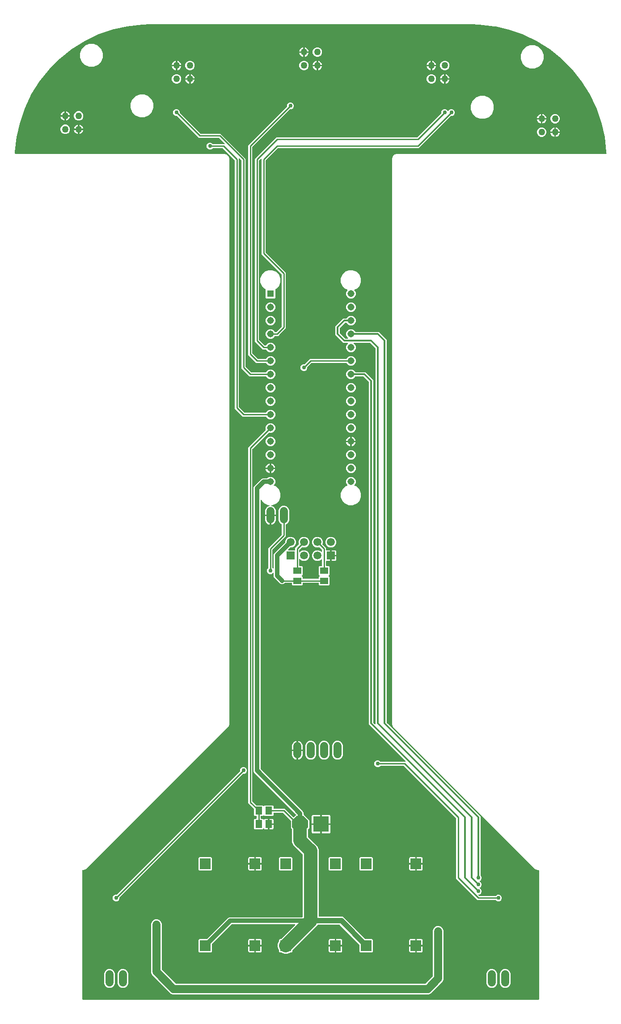
<source format=gbr>
G04 EAGLE Gerber RS-274X export*
G75*
%MOMM*%
%FSLAX34Y34*%
%LPD*%
%INBottom Copper*%
%IPPOS*%
%AMOC8*
5,1,8,0,0,1.08239X$1,22.5*%
G01*
%ADD10R,1.308000X1.308000*%
%ADD11C,1.308000*%
%ADD12C,1.524000*%
%ADD13R,1.300000X1.500000*%
%ADD14R,1.500000X1.300000*%
%ADD15C,1.270000*%
%ADD16R,2.000000X2.000000*%
%ADD17R,1.508000X1.508000*%
%ADD18C,1.508000*%
%ADD19R,3.000000X3.000000*%
%ADD20P,3.247170X8X202.500000*%
%ADD21C,0.756400*%
%ADD22C,0.254000*%
%ADD23C,2.540000*%
%ADD24C,0.812800*%
%ADD25C,1.016000*%
%ADD26C,0.304800*%

G36*
X1160320Y-18074D02*
X1160320Y-18074D01*
X1160339Y-18076D01*
X1160441Y-18054D01*
X1160543Y-18038D01*
X1160560Y-18028D01*
X1160580Y-18024D01*
X1160669Y-17971D01*
X1160760Y-17922D01*
X1160774Y-17908D01*
X1160791Y-17898D01*
X1160858Y-17819D01*
X1160930Y-17744D01*
X1160938Y-17726D01*
X1160951Y-17711D01*
X1160990Y-17615D01*
X1161033Y-17521D01*
X1161035Y-17501D01*
X1161043Y-17483D01*
X1161061Y-17316D01*
X1161061Y226016D01*
X1161058Y226036D01*
X1161060Y226055D01*
X1161038Y226157D01*
X1161022Y226259D01*
X1161012Y226276D01*
X1161008Y226296D01*
X1160955Y226385D01*
X1160906Y226476D01*
X1160892Y226490D01*
X1160882Y226507D01*
X1160803Y226574D01*
X1160728Y226646D01*
X1160710Y226654D01*
X1160695Y226667D01*
X1160599Y226706D01*
X1160505Y226749D01*
X1160485Y226751D01*
X1160467Y226759D01*
X1160300Y226777D01*
X1158127Y226777D01*
X1154113Y228440D01*
X884340Y498213D01*
X882677Y502227D01*
X882677Y1573373D01*
X884340Y1577387D01*
X887413Y1580460D01*
X891427Y1582123D01*
X1287988Y1582123D01*
X1288018Y1582128D01*
X1288049Y1582125D01*
X1288139Y1582147D01*
X1288231Y1582162D01*
X1288258Y1582177D01*
X1288288Y1582184D01*
X1288366Y1582234D01*
X1288448Y1582278D01*
X1288469Y1582300D01*
X1288495Y1582316D01*
X1288554Y1582388D01*
X1288618Y1582456D01*
X1288631Y1582484D01*
X1288650Y1582508D01*
X1288682Y1582595D01*
X1288721Y1582679D01*
X1288725Y1582709D01*
X1288735Y1582738D01*
X1288749Y1582905D01*
X1288676Y1585520D01*
X1288671Y1585543D01*
X1288671Y1585584D01*
X1285469Y1614002D01*
X1285461Y1614030D01*
X1285455Y1614086D01*
X1279091Y1641967D01*
X1279081Y1641994D01*
X1279068Y1642049D01*
X1269623Y1669042D01*
X1269609Y1669067D01*
X1269590Y1669121D01*
X1257182Y1694886D01*
X1257165Y1694910D01*
X1257141Y1694961D01*
X1241926Y1719175D01*
X1241906Y1719197D01*
X1241876Y1719245D01*
X1224046Y1741604D01*
X1224038Y1741611D01*
X1224033Y1741620D01*
X1224015Y1741635D01*
X1223989Y1741667D01*
X1203767Y1761889D01*
X1203744Y1761906D01*
X1203704Y1761946D01*
X1181345Y1779776D01*
X1181320Y1779790D01*
X1181275Y1779826D01*
X1157061Y1795041D01*
X1157034Y1795052D01*
X1156986Y1795082D01*
X1131221Y1807490D01*
X1131193Y1807498D01*
X1131142Y1807523D01*
X1104149Y1816968D01*
X1104120Y1816973D01*
X1104067Y1816991D01*
X1102811Y1817278D01*
X1099476Y1818039D01*
X1096141Y1818801D01*
X1092806Y1819562D01*
X1092805Y1819562D01*
X1089470Y1820323D01*
X1086135Y1821084D01*
X1082800Y1821846D01*
X1079465Y1822607D01*
X1079464Y1822607D01*
X1076186Y1823355D01*
X1076157Y1823357D01*
X1076102Y1823369D01*
X1047684Y1826571D01*
X1047661Y1826570D01*
X1047620Y1826576D01*
X1033322Y1826977D01*
X1033313Y1826976D01*
X1033300Y1826977D01*
X423700Y1826977D01*
X423691Y1826976D01*
X423678Y1826977D01*
X409380Y1826576D01*
X409357Y1826571D01*
X409316Y1826571D01*
X380898Y1823369D01*
X380870Y1823361D01*
X380814Y1823355D01*
X352933Y1816991D01*
X352906Y1816981D01*
X352851Y1816968D01*
X325858Y1807523D01*
X325833Y1807509D01*
X325779Y1807490D01*
X300014Y1795082D01*
X299990Y1795065D01*
X299939Y1795041D01*
X275725Y1779826D01*
X275703Y1779806D01*
X275655Y1779776D01*
X253296Y1761946D01*
X253277Y1761924D01*
X253233Y1761889D01*
X233011Y1741667D01*
X232994Y1741644D01*
X232954Y1741604D01*
X215124Y1719245D01*
X215110Y1719220D01*
X215074Y1719175D01*
X199859Y1694961D01*
X199848Y1694934D01*
X199818Y1694886D01*
X187410Y1669121D01*
X187402Y1669093D01*
X187377Y1669042D01*
X177932Y1642049D01*
X177927Y1642020D01*
X177909Y1641967D01*
X171545Y1614086D01*
X171543Y1614057D01*
X171531Y1614002D01*
X168329Y1585584D01*
X168330Y1585561D01*
X168324Y1585520D01*
X168251Y1582905D01*
X168255Y1582875D01*
X168252Y1582845D01*
X168271Y1582754D01*
X168284Y1582662D01*
X168297Y1582634D01*
X168304Y1582604D01*
X168352Y1582524D01*
X168393Y1582441D01*
X168414Y1582419D01*
X168430Y1582393D01*
X168501Y1582333D01*
X168566Y1582267D01*
X168594Y1582253D01*
X168617Y1582233D01*
X168703Y1582198D01*
X168786Y1582157D01*
X168817Y1582153D01*
X168845Y1582141D01*
X169012Y1582123D01*
X565573Y1582123D01*
X569587Y1580460D01*
X572660Y1577387D01*
X574323Y1573373D01*
X574323Y502227D01*
X572660Y498213D01*
X569480Y495033D01*
X302887Y228440D01*
X298873Y226777D01*
X296700Y226777D01*
X296680Y226774D01*
X296661Y226776D01*
X296559Y226754D01*
X296457Y226738D01*
X296440Y226728D01*
X296420Y226724D01*
X296331Y226671D01*
X296240Y226622D01*
X296226Y226608D01*
X296209Y226598D01*
X296142Y226519D01*
X296071Y226444D01*
X296062Y226426D01*
X296049Y226411D01*
X296010Y226315D01*
X295967Y226221D01*
X295965Y226201D01*
X295957Y226183D01*
X295939Y226016D01*
X295939Y-17316D01*
X295942Y-17336D01*
X295940Y-17355D01*
X295962Y-17457D01*
X295979Y-17559D01*
X295988Y-17576D01*
X295992Y-17596D01*
X296045Y-17685D01*
X296094Y-17776D01*
X296108Y-17790D01*
X296118Y-17807D01*
X296197Y-17874D01*
X296272Y-17946D01*
X296290Y-17954D01*
X296305Y-17967D01*
X296401Y-18006D01*
X296495Y-18049D01*
X296515Y-18051D01*
X296533Y-18059D01*
X296700Y-18077D01*
X1160300Y-18077D01*
X1160320Y-18074D01*
G37*
%LPC*%
G36*
X1082842Y167877D02*
X1082842Y167877D01*
X1080518Y168840D01*
X1079192Y170166D01*
X1079118Y170219D01*
X1079049Y170279D01*
X1079018Y170291D01*
X1078992Y170310D01*
X1078905Y170337D01*
X1078820Y170371D01*
X1078779Y170375D01*
X1078757Y170382D01*
X1078725Y170381D01*
X1078654Y170389D01*
X1044422Y170389D01*
X1004089Y210722D01*
X1004089Y324706D01*
X1004075Y324796D01*
X1004067Y324887D01*
X1004055Y324917D01*
X1004050Y324949D01*
X1004007Y325030D01*
X1003971Y325114D01*
X1003945Y325146D01*
X1003934Y325166D01*
X1003911Y325189D01*
X1003866Y325244D01*
X904944Y424166D01*
X904871Y424219D01*
X904801Y424279D01*
X904771Y424291D01*
X904745Y424310D01*
X904658Y424337D01*
X904573Y424371D01*
X904532Y424375D01*
X904510Y424382D01*
X904477Y424381D01*
X904406Y424389D01*
X860946Y424389D01*
X860856Y424375D01*
X860765Y424367D01*
X860736Y424355D01*
X860704Y424350D01*
X860623Y424307D01*
X860539Y424271D01*
X860507Y424245D01*
X860486Y424234D01*
X860464Y424211D01*
X860408Y424166D01*
X859082Y422840D01*
X856758Y421877D01*
X854242Y421877D01*
X851918Y422840D01*
X850140Y424618D01*
X849177Y426942D01*
X849177Y429458D01*
X850140Y431782D01*
X851918Y433560D01*
X854242Y434523D01*
X856758Y434523D01*
X859082Y433560D01*
X860408Y432234D01*
X860482Y432181D01*
X860551Y432121D01*
X860582Y432109D01*
X860608Y432090D01*
X860695Y432063D01*
X860780Y432029D01*
X860821Y432025D01*
X860843Y432018D01*
X860875Y432019D01*
X860946Y432011D01*
X907603Y432011D01*
X907674Y432022D01*
X907746Y432024D01*
X907795Y432042D01*
X907846Y432050D01*
X907909Y432084D01*
X907977Y432109D01*
X908017Y432141D01*
X908063Y432166D01*
X908113Y432217D01*
X908169Y432262D01*
X908197Y432306D01*
X908233Y432344D01*
X908263Y432409D01*
X908302Y432469D01*
X908314Y432520D01*
X908336Y432567D01*
X908344Y432638D01*
X908362Y432708D01*
X908358Y432760D01*
X908363Y432811D01*
X908348Y432882D01*
X908342Y432953D01*
X908322Y433001D01*
X908311Y433052D01*
X908274Y433113D01*
X908246Y433179D01*
X908201Y433235D01*
X908185Y433263D01*
X908167Y433278D01*
X908141Y433310D01*
X841339Y500112D01*
X838735Y502716D01*
X838735Y1150101D01*
X838721Y1150191D01*
X838713Y1150282D01*
X838701Y1150312D01*
X838696Y1150344D01*
X838653Y1150424D01*
X838617Y1150508D01*
X838591Y1150540D01*
X838580Y1150561D01*
X838557Y1150583D01*
X838512Y1150639D01*
X828639Y1160512D01*
X828565Y1160565D01*
X828496Y1160625D01*
X828466Y1160637D01*
X828440Y1160656D01*
X828353Y1160683D01*
X828268Y1160717D01*
X828227Y1160721D01*
X828204Y1160728D01*
X828172Y1160727D01*
X828101Y1160735D01*
X813354Y1160735D01*
X813239Y1160717D01*
X813123Y1160699D01*
X813117Y1160697D01*
X813111Y1160696D01*
X813008Y1160641D01*
X812904Y1160588D01*
X812899Y1160583D01*
X812894Y1160580D01*
X812813Y1160495D01*
X812731Y1160412D01*
X812728Y1160406D01*
X812724Y1160402D01*
X812717Y1160385D01*
X812651Y1160265D01*
X812398Y1159656D01*
X809844Y1157102D01*
X806506Y1155719D01*
X802894Y1155719D01*
X799556Y1157102D01*
X797002Y1159656D01*
X795619Y1162994D01*
X795619Y1166606D01*
X797002Y1169944D01*
X799556Y1172498D01*
X802894Y1173881D01*
X806506Y1173881D01*
X809844Y1172498D01*
X812398Y1169944D01*
X812651Y1169335D01*
X812712Y1169235D01*
X812772Y1169135D01*
X812777Y1169131D01*
X812780Y1169126D01*
X812870Y1169051D01*
X812959Y1168975D01*
X812965Y1168973D01*
X812970Y1168969D01*
X813078Y1168927D01*
X813187Y1168883D01*
X813195Y1168882D01*
X813199Y1168881D01*
X813218Y1168880D01*
X813354Y1168865D01*
X831784Y1168865D01*
X846865Y1153784D01*
X846865Y506399D01*
X846866Y506389D01*
X846866Y506385D01*
X846871Y506360D01*
X846879Y506309D01*
X846887Y506218D01*
X846899Y506188D01*
X846904Y506156D01*
X846947Y506076D01*
X846983Y505992D01*
X847009Y505960D01*
X847020Y505939D01*
X847043Y505917D01*
X847088Y505861D01*
X850136Y502813D01*
X850194Y502771D01*
X850246Y502721D01*
X850293Y502699D01*
X850335Y502669D01*
X850404Y502648D01*
X850469Y502618D01*
X850521Y502612D01*
X850571Y502597D01*
X850642Y502599D01*
X850713Y502591D01*
X850764Y502602D01*
X850816Y502603D01*
X850884Y502628D01*
X850954Y502643D01*
X850998Y502670D01*
X851047Y502688D01*
X851103Y502732D01*
X851165Y502769D01*
X851199Y502809D01*
X851239Y502841D01*
X851278Y502902D01*
X851325Y502956D01*
X851344Y503004D01*
X851372Y503048D01*
X851390Y503118D01*
X851417Y503184D01*
X851425Y503256D01*
X851433Y503287D01*
X851431Y503310D01*
X851435Y503351D01*
X851435Y1213601D01*
X851421Y1213691D01*
X851413Y1213782D01*
X851401Y1213812D01*
X851396Y1213844D01*
X851353Y1213924D01*
X851317Y1214008D01*
X851291Y1214040D01*
X851280Y1214061D01*
X851257Y1214083D01*
X851234Y1214113D01*
X851232Y1214116D01*
X851229Y1214118D01*
X851212Y1214139D01*
X841339Y1224012D01*
X841265Y1224065D01*
X841196Y1224125D01*
X841166Y1224137D01*
X841140Y1224156D01*
X841053Y1224183D01*
X840968Y1224217D01*
X840927Y1224221D01*
X840904Y1224228D01*
X840872Y1224227D01*
X840801Y1224235D01*
X810745Y1224235D01*
X810674Y1224224D01*
X810602Y1224222D01*
X810553Y1224204D01*
X810502Y1224196D01*
X810439Y1224162D01*
X810371Y1224137D01*
X810331Y1224105D01*
X810285Y1224080D01*
X810235Y1224028D01*
X810179Y1223984D01*
X810151Y1223940D01*
X810115Y1223902D01*
X810085Y1223837D01*
X810046Y1223777D01*
X810033Y1223726D01*
X810012Y1223679D01*
X810004Y1223608D01*
X809986Y1223538D01*
X809990Y1223486D01*
X809984Y1223435D01*
X810000Y1223364D01*
X810005Y1223293D01*
X810026Y1223245D01*
X810037Y1223194D01*
X810073Y1223133D01*
X810102Y1223067D01*
X810146Y1223011D01*
X810163Y1222983D01*
X810181Y1222968D01*
X810206Y1222936D01*
X812398Y1220744D01*
X813781Y1217406D01*
X813781Y1213794D01*
X812398Y1210456D01*
X809844Y1207902D01*
X806506Y1206519D01*
X802894Y1206519D01*
X799556Y1207902D01*
X797002Y1210456D01*
X795619Y1213794D01*
X795619Y1217406D01*
X797002Y1220744D01*
X799194Y1222936D01*
X799235Y1222994D01*
X799285Y1223046D01*
X799307Y1223093D01*
X799337Y1223135D01*
X799358Y1223204D01*
X799388Y1223269D01*
X799394Y1223321D01*
X799410Y1223371D01*
X799408Y1223442D01*
X799416Y1223513D01*
X799405Y1223564D01*
X799403Y1223616D01*
X799379Y1223684D01*
X799363Y1223754D01*
X799337Y1223799D01*
X799319Y1223847D01*
X799274Y1223903D01*
X799237Y1223965D01*
X799198Y1223999D01*
X799165Y1224039D01*
X799105Y1224078D01*
X799050Y1224125D01*
X799002Y1224144D01*
X798958Y1224172D01*
X798889Y1224190D01*
X798822Y1224217D01*
X798751Y1224225D01*
X798720Y1224233D01*
X798696Y1224231D01*
X798655Y1224235D01*
X790316Y1224235D01*
X775235Y1239316D01*
X775235Y1255384D01*
X790316Y1270465D01*
X796046Y1270465D01*
X796161Y1270483D01*
X796277Y1270501D01*
X796283Y1270503D01*
X796289Y1270504D01*
X796392Y1270559D01*
X796496Y1270612D01*
X796501Y1270617D01*
X796506Y1270620D01*
X796587Y1270705D01*
X796669Y1270788D01*
X796672Y1270794D01*
X796676Y1270798D01*
X796683Y1270815D01*
X796749Y1270935D01*
X797002Y1271544D01*
X799556Y1274098D01*
X802894Y1275481D01*
X806506Y1275481D01*
X809844Y1274098D01*
X812398Y1271544D01*
X813781Y1268206D01*
X813781Y1264594D01*
X812398Y1261256D01*
X809844Y1258702D01*
X806506Y1257319D01*
X802894Y1257319D01*
X799556Y1258702D01*
X797002Y1261256D01*
X796749Y1261865D01*
X796688Y1261965D01*
X796628Y1262065D01*
X796623Y1262069D01*
X796620Y1262074D01*
X796530Y1262149D01*
X796441Y1262225D01*
X796435Y1262227D01*
X796430Y1262231D01*
X796322Y1262273D01*
X796213Y1262317D01*
X796205Y1262318D01*
X796201Y1262319D01*
X796182Y1262320D01*
X796046Y1262335D01*
X793999Y1262335D01*
X793909Y1262321D01*
X793818Y1262313D01*
X793788Y1262301D01*
X793756Y1262296D01*
X793676Y1262253D01*
X793592Y1262217D01*
X793560Y1262191D01*
X793539Y1262180D01*
X793517Y1262157D01*
X793461Y1262112D01*
X783588Y1252239D01*
X783535Y1252165D01*
X783475Y1252096D01*
X783463Y1252066D01*
X783444Y1252040D01*
X783417Y1251953D01*
X783396Y1251900D01*
X783393Y1251893D01*
X783393Y1251891D01*
X783383Y1251868D01*
X783379Y1251827D01*
X783372Y1251804D01*
X783373Y1251772D01*
X783365Y1251701D01*
X783365Y1242999D01*
X783379Y1242909D01*
X783387Y1242818D01*
X783399Y1242788D01*
X783404Y1242756D01*
X783447Y1242676D01*
X783483Y1242592D01*
X783509Y1242560D01*
X783520Y1242539D01*
X783543Y1242517D01*
X783588Y1242461D01*
X793461Y1232588D01*
X793535Y1232535D01*
X793604Y1232475D01*
X793634Y1232463D01*
X793660Y1232444D01*
X793747Y1232417D01*
X793832Y1232383D01*
X793873Y1232379D01*
X793896Y1232372D01*
X793928Y1232373D01*
X793999Y1232365D01*
X798655Y1232365D01*
X798726Y1232376D01*
X798798Y1232378D01*
X798847Y1232396D01*
X798898Y1232404D01*
X798961Y1232438D01*
X799029Y1232463D01*
X799069Y1232495D01*
X799115Y1232520D01*
X799165Y1232572D01*
X799221Y1232616D01*
X799249Y1232660D01*
X799285Y1232698D01*
X799315Y1232763D01*
X799354Y1232823D01*
X799367Y1232874D01*
X799388Y1232921D01*
X799396Y1232992D01*
X799414Y1233062D01*
X799410Y1233114D01*
X799416Y1233165D01*
X799400Y1233236D01*
X799395Y1233307D01*
X799374Y1233355D01*
X799363Y1233406D01*
X799327Y1233467D01*
X799298Y1233533D01*
X799254Y1233589D01*
X799237Y1233617D01*
X799219Y1233632D01*
X799194Y1233664D01*
X797002Y1235856D01*
X795619Y1239194D01*
X795619Y1242806D01*
X797002Y1246144D01*
X799556Y1248698D01*
X802894Y1250081D01*
X806506Y1250081D01*
X809844Y1248698D01*
X812398Y1246144D01*
X812651Y1245535D01*
X812712Y1245435D01*
X812772Y1245335D01*
X812777Y1245331D01*
X812780Y1245326D01*
X812870Y1245251D01*
X812959Y1245175D01*
X812965Y1245173D01*
X812970Y1245169D01*
X813078Y1245127D01*
X813187Y1245083D01*
X813195Y1245082D01*
X813199Y1245081D01*
X813218Y1245080D01*
X813354Y1245065D01*
X857184Y1245065D01*
X872265Y1229984D01*
X872265Y506399D01*
X872266Y506389D01*
X872266Y506385D01*
X872271Y506360D01*
X872279Y506309D01*
X872287Y506218D01*
X872299Y506188D01*
X872304Y506156D01*
X872347Y506076D01*
X872383Y505992D01*
X872409Y505960D01*
X872420Y505939D01*
X872443Y505917D01*
X872488Y505861D01*
X1050065Y328284D01*
X1050065Y217492D01*
X1050079Y217402D01*
X1050087Y217311D01*
X1050099Y217282D01*
X1050104Y217250D01*
X1050147Y217169D01*
X1050183Y217085D01*
X1050209Y217053D01*
X1050220Y217032D01*
X1050243Y217010D01*
X1050288Y216954D01*
X1051360Y215882D01*
X1052323Y213558D01*
X1052323Y211042D01*
X1051360Y208718D01*
X1049582Y206940D01*
X1048890Y206653D01*
X1048829Y206616D01*
X1048763Y206586D01*
X1048725Y206551D01*
X1048681Y206524D01*
X1048635Y206468D01*
X1048582Y206420D01*
X1048557Y206374D01*
X1048524Y206334D01*
X1048498Y206267D01*
X1048464Y206204D01*
X1048454Y206153D01*
X1048436Y206105D01*
X1048433Y206033D01*
X1048420Y205962D01*
X1048427Y205911D01*
X1048425Y205859D01*
X1048445Y205790D01*
X1048456Y205719D01*
X1048479Y205673D01*
X1048494Y205623D01*
X1048535Y205564D01*
X1048567Y205500D01*
X1048604Y205463D01*
X1048634Y205421D01*
X1048692Y205378D01*
X1048743Y205328D01*
X1048806Y205293D01*
X1048831Y205274D01*
X1048854Y205267D01*
X1048890Y205247D01*
X1049582Y204960D01*
X1051360Y203182D01*
X1052323Y200858D01*
X1052323Y198342D01*
X1051360Y196018D01*
X1049582Y194240D01*
X1048890Y193953D01*
X1048829Y193916D01*
X1048763Y193886D01*
X1048725Y193851D01*
X1048681Y193824D01*
X1048635Y193769D01*
X1048582Y193720D01*
X1048557Y193674D01*
X1048524Y193634D01*
X1048498Y193567D01*
X1048464Y193504D01*
X1048454Y193453D01*
X1048436Y193405D01*
X1048433Y193333D01*
X1048420Y193262D01*
X1048427Y193211D01*
X1048425Y193159D01*
X1048445Y193090D01*
X1048456Y193019D01*
X1048479Y192973D01*
X1048494Y192923D01*
X1048535Y192864D01*
X1048567Y192800D01*
X1048604Y192763D01*
X1048634Y192721D01*
X1048692Y192678D01*
X1048743Y192628D01*
X1048806Y192593D01*
X1048831Y192574D01*
X1048854Y192567D01*
X1048890Y192547D01*
X1049582Y192260D01*
X1051360Y190482D01*
X1052323Y188158D01*
X1052323Y185642D01*
X1051360Y183318D01*
X1049582Y181540D01*
X1047258Y180577D01*
X1046850Y180577D01*
X1046779Y180566D01*
X1046707Y180564D01*
X1046658Y180546D01*
X1046607Y180538D01*
X1046544Y180504D01*
X1046476Y180479D01*
X1046436Y180447D01*
X1046390Y180422D01*
X1046340Y180370D01*
X1046284Y180326D01*
X1046256Y180282D01*
X1046220Y180244D01*
X1046190Y180179D01*
X1046151Y180119D01*
X1046139Y180068D01*
X1046117Y180021D01*
X1046109Y179950D01*
X1046091Y179880D01*
X1046095Y179828D01*
X1046090Y179777D01*
X1046105Y179706D01*
X1046110Y179635D01*
X1046131Y179587D01*
X1046142Y179536D01*
X1046179Y179475D01*
X1046207Y179409D01*
X1046251Y179353D01*
X1046268Y179325D01*
X1046286Y179310D01*
X1046311Y179278D01*
X1047356Y178234D01*
X1047430Y178181D01*
X1047499Y178121D01*
X1047529Y178109D01*
X1047555Y178090D01*
X1047642Y178063D01*
X1047727Y178029D01*
X1047768Y178025D01*
X1047790Y178018D01*
X1047823Y178019D01*
X1047894Y178011D01*
X1078654Y178011D01*
X1078744Y178025D01*
X1078835Y178033D01*
X1078864Y178045D01*
X1078896Y178050D01*
X1078977Y178093D01*
X1079061Y178129D01*
X1079093Y178155D01*
X1079114Y178166D01*
X1079136Y178189D01*
X1079192Y178234D01*
X1080518Y179560D01*
X1082842Y180523D01*
X1085358Y180523D01*
X1087682Y179560D01*
X1089460Y177782D01*
X1090423Y175458D01*
X1090423Y172942D01*
X1089460Y170618D01*
X1087682Y168840D01*
X1085358Y167877D01*
X1082842Y167877D01*
G37*
%LPD*%
%LPC*%
G36*
X678478Y68789D02*
X678478Y68789D01*
X672877Y71110D01*
X672720Y71266D01*
X672646Y71319D01*
X672577Y71379D01*
X672546Y71391D01*
X672520Y71410D01*
X672433Y71437D01*
X672348Y71471D01*
X672308Y71475D01*
X672285Y71482D01*
X672253Y71481D01*
X672182Y71489D01*
X670458Y71489D01*
X668969Y72978D01*
X668969Y74702D01*
X668955Y74792D01*
X668947Y74883D01*
X668935Y74913D01*
X668930Y74945D01*
X668887Y75025D01*
X668851Y75109D01*
X668825Y75141D01*
X668814Y75162D01*
X668791Y75184D01*
X668746Y75240D01*
X668590Y75397D01*
X666269Y80998D01*
X666269Y87062D01*
X668590Y92663D01*
X668746Y92820D01*
X668799Y92894D01*
X668859Y92963D01*
X668871Y92994D01*
X668890Y93020D01*
X668917Y93107D01*
X668951Y93192D01*
X668955Y93232D01*
X668962Y93255D01*
X668961Y93287D01*
X668969Y93358D01*
X668969Y95082D01*
X670458Y96571D01*
X672182Y96571D01*
X672272Y96585D01*
X672363Y96593D01*
X672393Y96605D01*
X672425Y96610D01*
X672505Y96653D01*
X672589Y96689D01*
X672621Y96715D01*
X672642Y96726D01*
X672664Y96749D01*
X672720Y96794D01*
X699042Y123116D01*
X699084Y123174D01*
X699133Y123226D01*
X699155Y123273D01*
X699186Y123315D01*
X699207Y123384D01*
X699237Y123449D01*
X699243Y123501D01*
X699258Y123551D01*
X699256Y123622D01*
X699264Y123693D01*
X699253Y123744D01*
X699252Y123796D01*
X699227Y123864D01*
X699212Y123934D01*
X699185Y123979D01*
X699167Y124027D01*
X699122Y124083D01*
X699086Y124145D01*
X699046Y124179D01*
X699013Y124219D01*
X698953Y124258D01*
X698899Y124305D01*
X698850Y124324D01*
X698807Y124352D01*
X698737Y124370D01*
X698671Y124397D01*
X698599Y124405D01*
X698568Y124413D01*
X698545Y124411D01*
X698504Y124415D01*
X579151Y124415D01*
X579061Y124401D01*
X578970Y124393D01*
X578940Y124381D01*
X578908Y124376D01*
X578828Y124333D01*
X578744Y124297D01*
X578712Y124271D01*
X578691Y124260D01*
X578669Y124237D01*
X578613Y124192D01*
X541874Y87453D01*
X541821Y87379D01*
X541761Y87310D01*
X541749Y87280D01*
X541730Y87253D01*
X541703Y87166D01*
X541669Y87082D01*
X541665Y87041D01*
X541658Y87018D01*
X541659Y86986D01*
X541651Y86915D01*
X541651Y72978D01*
X540162Y71489D01*
X518058Y71489D01*
X516569Y72978D01*
X516569Y95082D01*
X518058Y96571D01*
X531995Y96571D01*
X532085Y96585D01*
X532176Y96593D01*
X532206Y96605D01*
X532238Y96610D01*
X532318Y96653D01*
X532402Y96689D01*
X532434Y96715D01*
X532455Y96726D01*
X532477Y96749D01*
X532533Y96794D01*
X572359Y136619D01*
X574786Y137625D01*
X712498Y137625D01*
X712518Y137628D01*
X712537Y137626D01*
X712639Y137648D01*
X712741Y137664D01*
X712758Y137674D01*
X712778Y137678D01*
X712867Y137731D01*
X712958Y137780D01*
X712972Y137794D01*
X712989Y137804D01*
X713056Y137883D01*
X713128Y137958D01*
X713136Y137976D01*
X713149Y137991D01*
X713188Y138087D01*
X713231Y138181D01*
X713233Y138201D01*
X713241Y138219D01*
X713259Y138386D01*
X713259Y256472D01*
X713245Y256562D01*
X713237Y256653D01*
X713225Y256683D01*
X713220Y256715D01*
X713177Y256795D01*
X713141Y256879D01*
X713115Y256911D01*
X713104Y256932D01*
X713081Y256954D01*
X713036Y257010D01*
X695780Y274267D01*
X693459Y279868D01*
X693459Y304019D01*
X693445Y304109D01*
X693437Y304200D01*
X693425Y304230D01*
X693420Y304262D01*
X693377Y304342D01*
X693341Y304426D01*
X693315Y304459D01*
X693304Y304479D01*
X693281Y304501D01*
X693236Y304557D01*
X691159Y306634D01*
X691159Y320136D01*
X691145Y320226D01*
X691137Y320317D01*
X691125Y320347D01*
X691120Y320379D01*
X691077Y320460D01*
X691041Y320544D01*
X691015Y320576D01*
X691004Y320596D01*
X690981Y320619D01*
X690936Y320674D01*
X676344Y335266D01*
X676271Y335319D01*
X676201Y335379D01*
X676171Y335391D01*
X676145Y335410D01*
X676058Y335437D01*
X675973Y335471D01*
X675932Y335475D01*
X675910Y335482D01*
X675877Y335481D01*
X675806Y335489D01*
X658902Y335489D01*
X658882Y335486D01*
X658863Y335488D01*
X658761Y335466D01*
X658659Y335450D01*
X658642Y335440D01*
X658622Y335436D01*
X658533Y335383D01*
X658442Y335334D01*
X658428Y335320D01*
X658411Y335310D01*
X658344Y335231D01*
X658272Y335156D01*
X658264Y335138D01*
X658251Y335123D01*
X658212Y335027D01*
X658169Y334933D01*
X658167Y334913D01*
X658159Y334895D01*
X658141Y334728D01*
X658141Y330748D01*
X656652Y329259D01*
X641548Y329259D01*
X640138Y330669D01*
X640122Y330680D01*
X640110Y330696D01*
X640022Y330752D01*
X639939Y330812D01*
X639920Y330818D01*
X639903Y330829D01*
X639802Y330854D01*
X639703Y330884D01*
X639684Y330884D01*
X639664Y330889D01*
X639561Y330881D01*
X639458Y330878D01*
X639439Y330871D01*
X639419Y330870D01*
X639324Y330829D01*
X639227Y330794D01*
X639211Y330781D01*
X639193Y330773D01*
X639062Y330669D01*
X637652Y329259D01*
X634672Y329259D01*
X634652Y329256D01*
X634633Y329258D01*
X634531Y329236D01*
X634429Y329220D01*
X634412Y329210D01*
X634392Y329206D01*
X634303Y329153D01*
X634212Y329104D01*
X634198Y329090D01*
X634181Y329080D01*
X634114Y329001D01*
X634042Y328926D01*
X634034Y328908D01*
X634021Y328893D01*
X633982Y328797D01*
X633939Y328703D01*
X633937Y328683D01*
X633929Y328665D01*
X633911Y328498D01*
X633911Y324702D01*
X633914Y324682D01*
X633912Y324663D01*
X633934Y324561D01*
X633950Y324459D01*
X633960Y324442D01*
X633964Y324422D01*
X634017Y324333D01*
X634066Y324242D01*
X634080Y324228D01*
X634090Y324211D01*
X634169Y324144D01*
X634244Y324072D01*
X634262Y324064D01*
X634277Y324051D01*
X634373Y324012D01*
X634467Y323969D01*
X634487Y323967D01*
X634505Y323959D01*
X634672Y323941D01*
X637652Y323941D01*
X639158Y322436D01*
X639253Y322367D01*
X639350Y322296D01*
X639354Y322294D01*
X639357Y322292D01*
X639470Y322257D01*
X639584Y322221D01*
X639588Y322221D01*
X639592Y322220D01*
X639711Y322223D01*
X639830Y322225D01*
X639834Y322226D01*
X639838Y322226D01*
X639950Y322267D01*
X640062Y322306D01*
X640065Y322309D01*
X640069Y322310D01*
X640163Y322385D01*
X640256Y322458D01*
X640259Y322462D01*
X640261Y322464D01*
X640269Y322476D01*
X640355Y322593D01*
X640567Y322960D01*
X641040Y323433D01*
X641619Y323768D01*
X642266Y323941D01*
X647577Y323941D01*
X647577Y314662D01*
X647580Y314642D01*
X647578Y314623D01*
X647600Y314521D01*
X647617Y314419D01*
X647626Y314402D01*
X647630Y314382D01*
X647683Y314293D01*
X647732Y314202D01*
X647746Y314188D01*
X647756Y314171D01*
X647835Y314104D01*
X647910Y314033D01*
X647928Y314024D01*
X647943Y314011D01*
X648039Y313972D01*
X648133Y313929D01*
X648153Y313927D01*
X648171Y313919D01*
X648338Y313901D01*
X649101Y313901D01*
X649101Y313899D01*
X648338Y313899D01*
X648318Y313896D01*
X648299Y313898D01*
X648197Y313876D01*
X648095Y313859D01*
X648078Y313850D01*
X648058Y313846D01*
X647969Y313793D01*
X647878Y313744D01*
X647864Y313730D01*
X647847Y313720D01*
X647780Y313641D01*
X647709Y313566D01*
X647700Y313548D01*
X647687Y313533D01*
X647648Y313437D01*
X647605Y313343D01*
X647603Y313323D01*
X647595Y313305D01*
X647577Y313138D01*
X647577Y303859D01*
X642266Y303859D01*
X641619Y304032D01*
X641040Y304367D01*
X640567Y304840D01*
X640355Y305207D01*
X640279Y305299D01*
X640206Y305392D01*
X640202Y305394D01*
X640199Y305397D01*
X640098Y305461D01*
X639999Y305525D01*
X639995Y305526D01*
X639991Y305528D01*
X639875Y305556D01*
X639760Y305585D01*
X639756Y305584D01*
X639752Y305585D01*
X639633Y305575D01*
X639515Y305566D01*
X639511Y305564D01*
X639507Y305564D01*
X639397Y305516D01*
X639289Y305469D01*
X639285Y305466D01*
X639282Y305465D01*
X639271Y305455D01*
X639158Y305364D01*
X637652Y303859D01*
X622548Y303859D01*
X621059Y305348D01*
X621059Y322452D01*
X622548Y323941D01*
X625528Y323941D01*
X625548Y323944D01*
X625567Y323942D01*
X625669Y323964D01*
X625771Y323980D01*
X625788Y323990D01*
X625808Y323994D01*
X625897Y324047D01*
X625988Y324096D01*
X626002Y324110D01*
X626019Y324120D01*
X626086Y324199D01*
X626158Y324274D01*
X626166Y324292D01*
X626179Y324307D01*
X626218Y324403D01*
X626261Y324497D01*
X626263Y324517D01*
X626271Y324535D01*
X626289Y324702D01*
X626289Y328498D01*
X626286Y328518D01*
X626288Y328537D01*
X626266Y328639D01*
X626250Y328741D01*
X626240Y328758D01*
X626236Y328778D01*
X626183Y328867D01*
X626134Y328958D01*
X626120Y328972D01*
X626110Y328989D01*
X626031Y329056D01*
X625956Y329128D01*
X625938Y329136D01*
X625923Y329149D01*
X625827Y329188D01*
X625733Y329231D01*
X625713Y329233D01*
X625695Y329241D01*
X625528Y329259D01*
X622548Y329259D01*
X621059Y330748D01*
X621059Y342636D01*
X621045Y342726D01*
X621037Y342817D01*
X621025Y342847D01*
X621020Y342879D01*
X620977Y342960D01*
X620941Y343044D01*
X620915Y343076D01*
X620904Y343096D01*
X620881Y343119D01*
X620836Y343174D01*
X610389Y353622D01*
X610389Y1026678D01*
X643412Y1059701D01*
X643479Y1059795D01*
X643550Y1059890D01*
X643552Y1059896D01*
X643555Y1059901D01*
X643589Y1060012D01*
X643626Y1060124D01*
X643626Y1060130D01*
X643628Y1060136D01*
X643625Y1060253D01*
X643624Y1060369D01*
X643621Y1060377D01*
X643621Y1060382D01*
X643615Y1060399D01*
X643577Y1060531D01*
X643219Y1061394D01*
X643219Y1065006D01*
X644602Y1068344D01*
X647156Y1070898D01*
X650494Y1072281D01*
X654106Y1072281D01*
X657444Y1070898D01*
X659998Y1068344D01*
X661381Y1065006D01*
X661381Y1061394D01*
X659998Y1058056D01*
X657444Y1055502D01*
X654106Y1054119D01*
X650494Y1054119D01*
X649631Y1054477D01*
X649565Y1054492D01*
X649532Y1054506D01*
X649490Y1054510D01*
X649403Y1054532D01*
X649397Y1054532D01*
X649391Y1054533D01*
X649275Y1054522D01*
X649158Y1054513D01*
X649153Y1054510D01*
X649146Y1054510D01*
X649090Y1054485D01*
X649086Y1054484D01*
X649070Y1054476D01*
X649039Y1054462D01*
X648932Y1054417D01*
X648926Y1054412D01*
X648922Y1054410D01*
X648908Y1054397D01*
X648881Y1054376D01*
X648868Y1054369D01*
X648855Y1054355D01*
X648801Y1054312D01*
X618234Y1023744D01*
X618181Y1023671D01*
X618121Y1023601D01*
X618109Y1023571D01*
X618090Y1023545D01*
X618063Y1023458D01*
X618029Y1023373D01*
X618025Y1023332D01*
X618018Y1023310D01*
X618019Y1023277D01*
X618011Y1023206D01*
X618011Y357094D01*
X618025Y357004D01*
X618033Y356913D01*
X618045Y356883D01*
X618050Y356851D01*
X618093Y356770D01*
X618129Y356686D01*
X618155Y356654D01*
X618166Y356634D01*
X618189Y356611D01*
X618234Y356556D01*
X625226Y349564D01*
X625299Y349511D01*
X625369Y349451D01*
X625399Y349439D01*
X625425Y349420D01*
X625512Y349393D01*
X625597Y349359D01*
X625638Y349355D01*
X625660Y349348D01*
X625693Y349349D01*
X625764Y349341D01*
X637652Y349341D01*
X639062Y347931D01*
X639078Y347920D01*
X639090Y347904D01*
X639178Y347848D01*
X639261Y347788D01*
X639280Y347782D01*
X639297Y347771D01*
X639398Y347746D01*
X639497Y347716D01*
X639516Y347716D01*
X639536Y347711D01*
X639639Y347719D01*
X639742Y347722D01*
X639761Y347729D01*
X639781Y347730D01*
X639876Y347771D01*
X639973Y347806D01*
X639989Y347819D01*
X640007Y347827D01*
X640138Y347931D01*
X641548Y349341D01*
X656652Y349341D01*
X658141Y347852D01*
X658141Y343872D01*
X658144Y343852D01*
X658142Y343833D01*
X658164Y343731D01*
X658180Y343629D01*
X658190Y343612D01*
X658194Y343592D01*
X658247Y343503D01*
X658296Y343412D01*
X658310Y343398D01*
X658320Y343381D01*
X658399Y343314D01*
X658474Y343242D01*
X658492Y343234D01*
X658507Y343221D01*
X658603Y343182D01*
X658697Y343139D01*
X658717Y343137D01*
X658735Y343129D01*
X658902Y343111D01*
X679278Y343111D01*
X695653Y326736D01*
X695669Y326724D01*
X695682Y326709D01*
X695769Y326653D01*
X695853Y326593D01*
X695872Y326587D01*
X695889Y326576D01*
X695989Y326551D01*
X696088Y326520D01*
X696108Y326521D01*
X696127Y326516D01*
X696230Y326524D01*
X696334Y326527D01*
X696353Y326533D01*
X696372Y326535D01*
X696467Y326575D01*
X696565Y326611D01*
X696581Y326623D01*
X696599Y326631D01*
X696730Y326736D01*
X700988Y330995D01*
X701000Y331011D01*
X701015Y331023D01*
X701072Y331111D01*
X701132Y331194D01*
X701138Y331213D01*
X701148Y331230D01*
X701174Y331331D01*
X701204Y331429D01*
X701204Y331449D01*
X701209Y331469D01*
X701201Y331572D01*
X701198Y331675D01*
X701191Y331694D01*
X701189Y331714D01*
X701149Y331809D01*
X701113Y331906D01*
X701101Y331922D01*
X701093Y331940D01*
X700988Y332071D01*
X621301Y411759D01*
X620295Y414186D01*
X620295Y950214D01*
X621301Y952641D01*
X635859Y967199D01*
X638286Y968205D01*
X645747Y968205D01*
X645837Y968219D01*
X645928Y968227D01*
X645958Y968239D01*
X645990Y968244D01*
X646071Y968287D01*
X646155Y968323D01*
X646187Y968349D01*
X646207Y968360D01*
X646230Y968383D01*
X646286Y968428D01*
X647156Y969298D01*
X650494Y970681D01*
X654106Y970681D01*
X657444Y969298D01*
X659998Y966744D01*
X661381Y963406D01*
X661381Y959794D01*
X659998Y956456D01*
X658807Y955265D01*
X658780Y955227D01*
X658746Y955196D01*
X658708Y955128D01*
X658663Y955065D01*
X658650Y955021D01*
X658627Y954981D01*
X658614Y954904D01*
X658591Y954830D01*
X658592Y954784D01*
X658584Y954739D01*
X658595Y954662D01*
X658597Y954584D01*
X658613Y954541D01*
X658620Y954495D01*
X658655Y954426D01*
X658682Y954353D01*
X658710Y954317D01*
X658731Y954276D01*
X658787Y954222D01*
X658835Y954161D01*
X658874Y954136D01*
X658907Y954104D01*
X659026Y954038D01*
X659042Y954028D01*
X659047Y954027D01*
X659054Y954023D01*
X663091Y952350D01*
X668450Y946991D01*
X671351Y939989D01*
X671351Y932411D01*
X668450Y925409D01*
X663091Y920050D01*
X656089Y917149D01*
X654763Y917149D01*
X654700Y917139D01*
X654636Y917139D01*
X654579Y917119D01*
X654520Y917110D01*
X654464Y917080D01*
X654403Y917059D01*
X654356Y917022D01*
X654303Y916994D01*
X654259Y916948D01*
X654208Y916909D01*
X654175Y916860D01*
X654133Y916816D01*
X654107Y916758D01*
X654071Y916705D01*
X654055Y916647D01*
X654030Y916593D01*
X654023Y916530D01*
X654006Y916468D01*
X654009Y916408D01*
X654003Y916349D01*
X654016Y916286D01*
X654020Y916222D01*
X654042Y916167D01*
X654055Y916108D01*
X654088Y916053D01*
X654112Y915994D01*
X654151Y915948D01*
X654181Y915897D01*
X654230Y915856D01*
X654271Y915807D01*
X654323Y915776D01*
X654368Y915737D01*
X654427Y915713D01*
X654482Y915680D01*
X654566Y915658D01*
X654596Y915645D01*
X654621Y915643D01*
X654644Y915636D01*
X654679Y915631D01*
X656200Y915136D01*
X657625Y914410D01*
X658919Y913470D01*
X660050Y912339D01*
X660990Y911045D01*
X661716Y909620D01*
X662211Y908099D01*
X662461Y906520D01*
X662461Y899623D01*
X653062Y899623D01*
X653042Y899620D01*
X653023Y899622D01*
X652921Y899600D01*
X652819Y899583D01*
X652802Y899574D01*
X652782Y899570D01*
X652693Y899517D01*
X652602Y899468D01*
X652588Y899454D01*
X652571Y899444D01*
X652504Y899365D01*
X652433Y899290D01*
X652424Y899272D01*
X652411Y899257D01*
X652373Y899161D01*
X652329Y899067D01*
X652327Y899047D01*
X652319Y899029D01*
X652301Y898862D01*
X652301Y898099D01*
X652299Y898099D01*
X652299Y898862D01*
X652296Y898882D01*
X652298Y898901D01*
X652276Y899003D01*
X652259Y899105D01*
X652250Y899122D01*
X652246Y899142D01*
X652193Y899231D01*
X652144Y899322D01*
X652130Y899336D01*
X652120Y899353D01*
X652041Y899420D01*
X651966Y899491D01*
X651948Y899500D01*
X651933Y899513D01*
X651837Y899552D01*
X651743Y899595D01*
X651723Y899597D01*
X651705Y899605D01*
X651538Y899623D01*
X642139Y899623D01*
X642139Y906520D01*
X642389Y908099D01*
X642884Y909620D01*
X643610Y911045D01*
X644550Y912339D01*
X645681Y913470D01*
X646975Y914410D01*
X648400Y915136D01*
X649921Y915631D01*
X649956Y915636D01*
X650017Y915656D01*
X650080Y915667D01*
X650133Y915694D01*
X650190Y915713D01*
X650241Y915752D01*
X650297Y915782D01*
X650338Y915825D01*
X650386Y915861D01*
X650423Y915914D01*
X650467Y915960D01*
X650492Y916014D01*
X650526Y916064D01*
X650543Y916125D01*
X650570Y916183D01*
X650577Y916242D01*
X650593Y916300D01*
X650590Y916364D01*
X650597Y916427D01*
X650585Y916486D01*
X650582Y916546D01*
X650559Y916605D01*
X650545Y916668D01*
X650514Y916719D01*
X650493Y916775D01*
X650452Y916824D01*
X650419Y916879D01*
X650373Y916918D01*
X650335Y916964D01*
X650281Y916997D01*
X650232Y917039D01*
X650176Y917061D01*
X650125Y917093D01*
X650063Y917107D01*
X650004Y917131D01*
X649918Y917140D01*
X649886Y917148D01*
X649861Y917147D01*
X649837Y917149D01*
X648511Y917149D01*
X641509Y920050D01*
X636150Y925409D01*
X634969Y928258D01*
X634918Y928341D01*
X634872Y928427D01*
X634853Y928445D01*
X634840Y928467D01*
X634765Y928529D01*
X634694Y928596D01*
X634670Y928607D01*
X634650Y928624D01*
X634559Y928659D01*
X634471Y928700D01*
X634445Y928703D01*
X634421Y928712D01*
X634323Y928716D01*
X634227Y928727D01*
X634201Y928721D01*
X634175Y928723D01*
X634081Y928695D01*
X633986Y928675D01*
X633964Y928661D01*
X633939Y928654D01*
X633859Y928599D01*
X633775Y928549D01*
X633758Y928529D01*
X633737Y928514D01*
X633678Y928436D01*
X633615Y928362D01*
X633605Y928337D01*
X633590Y928316D01*
X633560Y928224D01*
X633523Y928133D01*
X633520Y928101D01*
X633514Y928083D01*
X633514Y928049D01*
X633505Y927967D01*
X633505Y418551D01*
X633519Y418461D01*
X633527Y418370D01*
X633539Y418340D01*
X633544Y418308D01*
X633587Y418228D01*
X633623Y418144D01*
X633649Y418112D01*
X633660Y418091D01*
X633683Y418069D01*
X633728Y418013D01*
X714299Y337441D01*
X715305Y335014D01*
X715305Y332202D01*
X715308Y332182D01*
X715306Y332163D01*
X715328Y332061D01*
X715344Y331959D01*
X715354Y331942D01*
X715358Y331922D01*
X715411Y331833D01*
X715460Y331742D01*
X715474Y331728D01*
X715484Y331711D01*
X715563Y331644D01*
X715638Y331572D01*
X715656Y331564D01*
X715671Y331551D01*
X715767Y331512D01*
X715861Y331469D01*
X715881Y331467D01*
X715899Y331459D01*
X715953Y331453D01*
X726241Y321166D01*
X726241Y306634D01*
X724164Y304557D01*
X724111Y304483D01*
X724051Y304414D01*
X724039Y304384D01*
X724020Y304358D01*
X723993Y304271D01*
X723959Y304186D01*
X723955Y304145D01*
X723948Y304123D01*
X723949Y304090D01*
X723941Y304019D01*
X723941Y289528D01*
X723955Y289438D01*
X723963Y289347D01*
X723975Y289317D01*
X723980Y289285D01*
X724023Y289205D01*
X724059Y289121D01*
X724085Y289089D01*
X724096Y289068D01*
X724119Y289046D01*
X724164Y288990D01*
X741420Y271733D01*
X743741Y266132D01*
X743741Y139402D01*
X743744Y139382D01*
X743742Y139363D01*
X743764Y139261D01*
X743780Y139159D01*
X743790Y139142D01*
X743794Y139122D01*
X743847Y139033D01*
X743896Y138942D01*
X743910Y138928D01*
X743920Y138911D01*
X743999Y138844D01*
X744074Y138772D01*
X744092Y138764D01*
X744107Y138751D01*
X744203Y138712D01*
X744297Y138669D01*
X744317Y138667D01*
X744335Y138659D01*
X744502Y138641D01*
X788436Y138641D01*
X791237Y137481D01*
X831924Y96794D01*
X831998Y96741D01*
X832067Y96681D01*
X832097Y96669D01*
X832123Y96650D01*
X832210Y96623D01*
X832295Y96589D01*
X832336Y96585D01*
X832358Y96578D01*
X832391Y96579D01*
X832462Y96571D01*
X844962Y96571D01*
X846451Y95082D01*
X846451Y72978D01*
X844962Y71489D01*
X822858Y71489D01*
X821369Y72978D01*
X821369Y85478D01*
X821368Y85488D01*
X821368Y85492D01*
X821363Y85516D01*
X821355Y85568D01*
X821347Y85659D01*
X821335Y85689D01*
X821330Y85721D01*
X821287Y85802D01*
X821251Y85885D01*
X821225Y85918D01*
X821214Y85938D01*
X821191Y85960D01*
X821146Y86016D01*
X783986Y123176D01*
X783912Y123229D01*
X783843Y123289D01*
X783813Y123301D01*
X783787Y123320D01*
X783700Y123347D01*
X783615Y123381D01*
X783574Y123385D01*
X783552Y123392D01*
X783519Y123391D01*
X783448Y123399D01*
X742348Y123399D01*
X742234Y123380D01*
X742118Y123363D01*
X742112Y123361D01*
X742106Y123360D01*
X742003Y123305D01*
X741898Y123252D01*
X741894Y123247D01*
X741888Y123244D01*
X741809Y123160D01*
X741726Y123076D01*
X741722Y123070D01*
X741719Y123066D01*
X741711Y123049D01*
X741645Y122929D01*
X741420Y122387D01*
X694274Y75240D01*
X694221Y75166D01*
X694161Y75097D01*
X694149Y75066D01*
X694130Y75040D01*
X694103Y74953D01*
X694069Y74868D01*
X694065Y74828D01*
X694058Y74805D01*
X694059Y74773D01*
X694051Y74702D01*
X694051Y72978D01*
X692562Y71489D01*
X690838Y71489D01*
X690748Y71475D01*
X690657Y71467D01*
X690627Y71455D01*
X690595Y71450D01*
X690515Y71407D01*
X690431Y71371D01*
X690399Y71345D01*
X690378Y71334D01*
X690356Y71311D01*
X690300Y71266D01*
X690143Y71110D01*
X684542Y68789D01*
X678478Y68789D01*
G37*
%LPD*%
%LPC*%
G36*
X466779Y-8061D02*
X466779Y-8061D01*
X463044Y-6514D01*
X460079Y-3549D01*
X427786Y28744D01*
X426239Y32479D01*
X426239Y125421D01*
X427786Y129156D01*
X430644Y132014D01*
X434379Y133561D01*
X438421Y133561D01*
X442156Y132014D01*
X445014Y129156D01*
X446561Y125421D01*
X446561Y39024D01*
X446575Y38934D01*
X446583Y38843D01*
X446595Y38813D01*
X446600Y38781D01*
X446620Y38745D01*
X446622Y38737D01*
X446643Y38700D01*
X446679Y38617D01*
X446705Y38585D01*
X446716Y38564D01*
X446737Y38544D01*
X446748Y38526D01*
X446761Y38514D01*
X446784Y38486D01*
X472786Y12484D01*
X472860Y12431D01*
X472929Y12371D01*
X472959Y12359D01*
X472986Y12340D01*
X473072Y12313D01*
X473157Y12279D01*
X473198Y12275D01*
X473221Y12268D01*
X473253Y12269D01*
X473324Y12261D01*
X945576Y12261D01*
X945666Y12275D01*
X945757Y12283D01*
X945787Y12295D01*
X945819Y12300D01*
X945899Y12343D01*
X945983Y12379D01*
X946015Y12405D01*
X946036Y12416D01*
X946058Y12439D01*
X946114Y12484D01*
X959416Y25786D01*
X959469Y25860D01*
X959529Y25929D01*
X959541Y25959D01*
X959560Y25986D01*
X959587Y26072D01*
X959621Y26157D01*
X959625Y26198D01*
X959632Y26221D01*
X959631Y26253D01*
X959639Y26324D01*
X959639Y112721D01*
X961186Y116456D01*
X964044Y119314D01*
X967779Y120861D01*
X971821Y120861D01*
X975556Y119314D01*
X978414Y116456D01*
X979961Y112721D01*
X979961Y19779D01*
X978414Y16044D01*
X975449Y13079D01*
X955856Y-6514D01*
X952121Y-8061D01*
X466779Y-8061D01*
G37*
%LPD*%
%LPC*%
G36*
X650494Y1206519D02*
X650494Y1206519D01*
X647156Y1207902D01*
X644602Y1210456D01*
X644244Y1211319D01*
X644182Y1211419D01*
X644123Y1211519D01*
X644118Y1211523D01*
X644115Y1211528D01*
X644024Y1211603D01*
X643936Y1211679D01*
X643930Y1211681D01*
X643925Y1211685D01*
X643817Y1211727D01*
X643708Y1211771D01*
X643700Y1211772D01*
X643695Y1211773D01*
X643677Y1211774D01*
X643541Y1211789D01*
X638022Y1211789D01*
X623089Y1226722D01*
X623089Y1572778D01*
X663422Y1613111D01*
X929806Y1613111D01*
X929896Y1613125D01*
X929987Y1613133D01*
X930017Y1613145D01*
X930049Y1613150D01*
X930130Y1613193D01*
X930214Y1613229D01*
X930246Y1613255D01*
X930266Y1613266D01*
X930288Y1613289D01*
X930345Y1613334D01*
X975954Y1658944D01*
X976007Y1659017D01*
X976067Y1659087D01*
X976079Y1659117D01*
X976098Y1659143D01*
X976125Y1659230D01*
X976159Y1659315D01*
X976163Y1659356D01*
X976170Y1659378D01*
X976169Y1659411D01*
X976177Y1659482D01*
X976177Y1661358D01*
X977140Y1663682D01*
X978918Y1665460D01*
X981242Y1666423D01*
X983758Y1666423D01*
X986082Y1665460D01*
X987860Y1663682D01*
X988147Y1662990D01*
X988184Y1662929D01*
X988214Y1662863D01*
X988249Y1662825D01*
X988276Y1662781D01*
X988331Y1662735D01*
X988380Y1662682D01*
X988426Y1662657D01*
X988466Y1662624D01*
X988533Y1662598D01*
X988596Y1662564D01*
X988647Y1662554D01*
X988695Y1662536D01*
X988767Y1662533D01*
X988838Y1662520D01*
X988889Y1662527D01*
X988941Y1662525D01*
X989010Y1662545D01*
X989081Y1662556D01*
X989127Y1662579D01*
X989177Y1662594D01*
X989236Y1662635D01*
X989300Y1662667D01*
X989337Y1662704D01*
X989379Y1662734D01*
X989422Y1662792D01*
X989472Y1662843D01*
X989507Y1662906D01*
X989526Y1662931D01*
X989533Y1662954D01*
X989553Y1662990D01*
X989840Y1663682D01*
X991618Y1665460D01*
X993942Y1666423D01*
X996458Y1666423D01*
X998782Y1665460D01*
X1000560Y1663682D01*
X1001523Y1661358D01*
X1001523Y1658842D01*
X1000560Y1656518D01*
X998782Y1654740D01*
X996458Y1653777D01*
X994582Y1653777D01*
X994492Y1653763D01*
X994401Y1653755D01*
X994371Y1653743D01*
X994339Y1653738D01*
X994258Y1653695D01*
X994174Y1653659D01*
X994142Y1653633D01*
X994122Y1653622D01*
X994099Y1653599D01*
X994044Y1653554D01*
X933278Y1592789D01*
X666894Y1592789D01*
X666804Y1592775D01*
X666713Y1592767D01*
X666683Y1592755D01*
X666651Y1592750D01*
X666570Y1592707D01*
X666486Y1592671D01*
X666454Y1592645D01*
X666434Y1592634D01*
X666411Y1592611D01*
X666355Y1592566D01*
X643634Y1569845D01*
X643581Y1569771D01*
X643521Y1569701D01*
X643509Y1569671D01*
X643490Y1569645D01*
X643463Y1569558D01*
X643429Y1569473D01*
X643425Y1569432D01*
X643418Y1569410D01*
X643419Y1569378D01*
X643411Y1569306D01*
X643411Y1395294D01*
X643425Y1395204D01*
X643433Y1395113D01*
X643445Y1395083D01*
X643450Y1395051D01*
X643493Y1394970D01*
X643529Y1394886D01*
X643555Y1394854D01*
X643566Y1394834D01*
X643589Y1394811D01*
X643634Y1394756D01*
X681511Y1356878D01*
X681511Y1252122D01*
X679056Y1249666D01*
X679055Y1249666D01*
X669034Y1239644D01*
X666578Y1237189D01*
X661059Y1237189D01*
X660944Y1237170D01*
X660828Y1237153D01*
X660823Y1237151D01*
X660816Y1237150D01*
X660714Y1237095D01*
X660609Y1237042D01*
X660604Y1237037D01*
X660599Y1237034D01*
X660519Y1236950D01*
X660437Y1236866D01*
X660433Y1236860D01*
X660430Y1236856D01*
X660422Y1236839D01*
X660356Y1236719D01*
X659998Y1235856D01*
X657444Y1233302D01*
X654106Y1231919D01*
X650494Y1231919D01*
X647156Y1233302D01*
X644602Y1235856D01*
X643219Y1239194D01*
X643219Y1242806D01*
X644602Y1246144D01*
X647156Y1248698D01*
X650494Y1250081D01*
X654106Y1250081D01*
X657444Y1248698D01*
X659998Y1246144D01*
X660356Y1245281D01*
X660418Y1245181D01*
X660477Y1245081D01*
X660482Y1245077D01*
X660485Y1245072D01*
X660576Y1244997D01*
X660664Y1244921D01*
X660670Y1244919D01*
X660675Y1244915D01*
X660783Y1244873D01*
X660892Y1244829D01*
X660900Y1244828D01*
X660905Y1244827D01*
X660923Y1244826D01*
X661059Y1244811D01*
X663106Y1244811D01*
X663196Y1244825D01*
X663287Y1244833D01*
X663317Y1244845D01*
X663349Y1244850D01*
X663430Y1244893D01*
X663514Y1244929D01*
X663546Y1244955D01*
X663566Y1244966D01*
X663589Y1244989D01*
X663590Y1244990D01*
X663592Y1244991D01*
X663594Y1244993D01*
X663644Y1245034D01*
X673666Y1255055D01*
X673719Y1255129D01*
X673779Y1255199D01*
X673791Y1255229D01*
X673810Y1255255D01*
X673837Y1255342D01*
X673871Y1255427D01*
X673875Y1255468D01*
X673882Y1255490D01*
X673881Y1255522D01*
X673889Y1255594D01*
X673889Y1353406D01*
X673875Y1353496D01*
X673867Y1353587D01*
X673855Y1353617D01*
X673850Y1353649D01*
X673807Y1353730D01*
X673771Y1353814D01*
X673745Y1353846D01*
X673734Y1353866D01*
X673711Y1353889D01*
X673666Y1353944D01*
X635789Y1391822D01*
X635789Y1572862D01*
X635778Y1572933D01*
X635776Y1573005D01*
X635758Y1573054D01*
X635750Y1573105D01*
X635716Y1573168D01*
X635691Y1573236D01*
X635659Y1573276D01*
X635634Y1573322D01*
X635582Y1573372D01*
X635538Y1573428D01*
X635494Y1573456D01*
X635456Y1573492D01*
X635391Y1573522D01*
X635331Y1573561D01*
X635280Y1573573D01*
X635233Y1573595D01*
X635162Y1573603D01*
X635092Y1573621D01*
X635040Y1573617D01*
X634989Y1573622D01*
X634918Y1573607D01*
X634847Y1573602D01*
X634799Y1573581D01*
X634748Y1573570D01*
X634687Y1573533D01*
X634621Y1573505D01*
X634565Y1573461D01*
X634537Y1573444D01*
X634522Y1573426D01*
X634490Y1573401D01*
X630934Y1569844D01*
X630881Y1569770D01*
X630821Y1569701D01*
X630809Y1569671D01*
X630790Y1569645D01*
X630763Y1569558D01*
X630729Y1569473D01*
X630725Y1569432D01*
X630718Y1569410D01*
X630719Y1569377D01*
X630711Y1569306D01*
X630711Y1230194D01*
X630725Y1230104D01*
X630733Y1230013D01*
X630745Y1229983D01*
X630750Y1229951D01*
X630793Y1229870D01*
X630829Y1229786D01*
X630855Y1229754D01*
X630866Y1229734D01*
X630889Y1229711D01*
X630934Y1229656D01*
X640956Y1219634D01*
X641029Y1219581D01*
X641099Y1219521D01*
X641129Y1219509D01*
X641155Y1219490D01*
X641242Y1219463D01*
X641327Y1219429D01*
X641368Y1219425D01*
X641390Y1219418D01*
X641423Y1219419D01*
X641494Y1219411D01*
X643541Y1219411D01*
X643656Y1219430D01*
X643772Y1219447D01*
X643777Y1219449D01*
X643784Y1219450D01*
X643886Y1219505D01*
X643991Y1219558D01*
X643996Y1219563D01*
X644001Y1219566D01*
X644081Y1219650D01*
X644163Y1219734D01*
X644167Y1219740D01*
X644170Y1219744D01*
X644178Y1219761D01*
X644244Y1219881D01*
X644602Y1220744D01*
X647156Y1223298D01*
X650494Y1224681D01*
X654106Y1224681D01*
X657444Y1223298D01*
X659998Y1220744D01*
X661381Y1217406D01*
X661381Y1213794D01*
X659998Y1210456D01*
X657444Y1207902D01*
X654106Y1206519D01*
X650494Y1206519D01*
G37*
%LPD*%
%LPC*%
G36*
X650494Y1079519D02*
X650494Y1079519D01*
X647156Y1080902D01*
X644602Y1083456D01*
X644244Y1084319D01*
X644182Y1084419D01*
X644123Y1084519D01*
X644118Y1084523D01*
X644115Y1084528D01*
X644024Y1084603D01*
X643936Y1084679D01*
X643930Y1084681D01*
X643925Y1084685D01*
X643817Y1084727D01*
X643708Y1084771D01*
X643700Y1084772D01*
X643695Y1084773D01*
X643677Y1084774D01*
X643541Y1084789D01*
X599922Y1084789D01*
X584989Y1099722D01*
X584989Y1569306D01*
X584975Y1569396D01*
X584967Y1569487D01*
X584955Y1569517D01*
X584950Y1569549D01*
X584907Y1569630D01*
X584871Y1569714D01*
X584845Y1569746D01*
X584834Y1569766D01*
X584811Y1569789D01*
X584766Y1569844D01*
X562044Y1592566D01*
X561971Y1592619D01*
X561901Y1592679D01*
X561871Y1592691D01*
X561845Y1592710D01*
X561758Y1592737D01*
X561673Y1592771D01*
X561632Y1592775D01*
X561610Y1592782D01*
X561577Y1592781D01*
X561506Y1592789D01*
X543446Y1592789D01*
X543356Y1592775D01*
X543265Y1592767D01*
X543236Y1592755D01*
X543204Y1592750D01*
X543123Y1592707D01*
X543039Y1592671D01*
X543007Y1592645D01*
X542986Y1592634D01*
X542964Y1592611D01*
X542908Y1592566D01*
X541582Y1591240D01*
X539258Y1590277D01*
X536742Y1590277D01*
X534418Y1591240D01*
X532640Y1593018D01*
X531677Y1595342D01*
X531677Y1597858D01*
X532640Y1600182D01*
X534418Y1601960D01*
X536742Y1602923D01*
X539258Y1602923D01*
X541582Y1601960D01*
X542908Y1600634D01*
X542982Y1600581D01*
X543051Y1600521D01*
X543082Y1600509D01*
X543108Y1600490D01*
X543195Y1600463D01*
X543280Y1600429D01*
X543321Y1600425D01*
X543343Y1600418D01*
X543375Y1600419D01*
X543446Y1600411D01*
X565062Y1600411D01*
X565133Y1600422D01*
X565205Y1600424D01*
X565254Y1600442D01*
X565305Y1600450D01*
X565368Y1600484D01*
X565436Y1600509D01*
X565476Y1600541D01*
X565522Y1600566D01*
X565572Y1600618D01*
X565628Y1600662D01*
X565656Y1600706D01*
X565692Y1600744D01*
X565722Y1600809D01*
X565761Y1600869D01*
X565773Y1600920D01*
X565795Y1600967D01*
X565803Y1601038D01*
X565821Y1601108D01*
X565817Y1601160D01*
X565822Y1601211D01*
X565807Y1601282D01*
X565802Y1601353D01*
X565781Y1601401D01*
X565770Y1601452D01*
X565733Y1601513D01*
X565705Y1601579D01*
X565661Y1601635D01*
X565644Y1601663D01*
X565626Y1601678D01*
X565601Y1601710D01*
X555044Y1612266D01*
X554971Y1612319D01*
X554901Y1612379D01*
X554871Y1612391D01*
X554845Y1612410D01*
X554758Y1612437D01*
X554673Y1612471D01*
X554632Y1612475D01*
X554610Y1612482D01*
X554577Y1612481D01*
X554506Y1612489D01*
X516722Y1612489D01*
X475656Y1653554D01*
X475583Y1653607D01*
X475513Y1653667D01*
X475483Y1653679D01*
X475457Y1653698D01*
X475370Y1653725D01*
X475285Y1653759D01*
X475244Y1653763D01*
X475222Y1653770D01*
X475189Y1653769D01*
X475118Y1653777D01*
X473242Y1653777D01*
X470918Y1654740D01*
X469140Y1656518D01*
X468177Y1658842D01*
X468177Y1661358D01*
X469140Y1663682D01*
X470918Y1665460D01*
X473242Y1666423D01*
X475758Y1666423D01*
X478082Y1665460D01*
X479860Y1663682D01*
X480823Y1661358D01*
X480823Y1659482D01*
X480837Y1659392D01*
X480845Y1659301D01*
X480857Y1659271D01*
X480862Y1659239D01*
X480905Y1659158D01*
X480941Y1659074D01*
X480967Y1659042D01*
X480978Y1659022D01*
X481001Y1658999D01*
X481046Y1658944D01*
X519656Y1620334D01*
X519729Y1620281D01*
X519799Y1620221D01*
X519829Y1620209D01*
X519855Y1620190D01*
X519942Y1620163D01*
X520027Y1620129D01*
X520068Y1620125D01*
X520090Y1620118D01*
X520123Y1620119D01*
X520194Y1620111D01*
X557978Y1620111D01*
X605311Y1572778D01*
X605311Y1179394D01*
X605325Y1179304D01*
X605333Y1179213D01*
X605345Y1179183D01*
X605350Y1179151D01*
X605393Y1179070D01*
X605429Y1178986D01*
X605455Y1178954D01*
X605466Y1178934D01*
X605489Y1178911D01*
X605513Y1178881D01*
X605515Y1178878D01*
X605517Y1178876D01*
X605534Y1178856D01*
X615556Y1168834D01*
X615629Y1168781D01*
X615699Y1168721D01*
X615729Y1168709D01*
X615755Y1168690D01*
X615842Y1168663D01*
X615927Y1168629D01*
X615968Y1168625D01*
X615990Y1168618D01*
X616023Y1168619D01*
X616094Y1168611D01*
X643541Y1168611D01*
X643656Y1168630D01*
X643772Y1168647D01*
X643777Y1168649D01*
X643784Y1168650D01*
X643886Y1168705D01*
X643991Y1168758D01*
X643996Y1168763D01*
X644001Y1168766D01*
X644081Y1168850D01*
X644163Y1168934D01*
X644167Y1168940D01*
X644170Y1168944D01*
X644178Y1168961D01*
X644244Y1169081D01*
X644602Y1169944D01*
X647156Y1172498D01*
X650494Y1173881D01*
X654106Y1173881D01*
X657444Y1172498D01*
X659998Y1169944D01*
X661381Y1166606D01*
X661381Y1162994D01*
X659998Y1159656D01*
X657444Y1157102D01*
X654106Y1155719D01*
X650494Y1155719D01*
X647156Y1157102D01*
X644602Y1159656D01*
X644244Y1160519D01*
X644182Y1160619D01*
X644123Y1160719D01*
X644118Y1160723D01*
X644115Y1160728D01*
X644024Y1160803D01*
X643936Y1160879D01*
X643930Y1160881D01*
X643925Y1160885D01*
X643817Y1160927D01*
X643708Y1160971D01*
X643700Y1160972D01*
X643695Y1160973D01*
X643677Y1160974D01*
X643541Y1160989D01*
X612622Y1160989D01*
X597689Y1175922D01*
X597689Y1569306D01*
X597675Y1569396D01*
X597667Y1569487D01*
X597655Y1569517D01*
X597650Y1569549D01*
X597607Y1569629D01*
X597571Y1569714D01*
X597545Y1569746D01*
X597534Y1569766D01*
X597511Y1569788D01*
X597466Y1569844D01*
X593910Y1573401D01*
X593852Y1573442D01*
X593800Y1573492D01*
X593753Y1573514D01*
X593711Y1573544D01*
X593642Y1573565D01*
X593577Y1573595D01*
X593525Y1573601D01*
X593475Y1573616D01*
X593404Y1573615D01*
X593333Y1573622D01*
X593282Y1573611D01*
X593230Y1573610D01*
X593162Y1573585D01*
X593092Y1573570D01*
X593047Y1573544D01*
X592999Y1573526D01*
X592943Y1573481D01*
X592881Y1573444D01*
X592847Y1573404D01*
X592807Y1573372D01*
X592768Y1573312D01*
X592721Y1573257D01*
X592702Y1573209D01*
X592674Y1573165D01*
X592656Y1573096D01*
X592629Y1573029D01*
X592621Y1572958D01*
X592613Y1572926D01*
X592615Y1572903D01*
X592611Y1572862D01*
X592611Y1103194D01*
X592625Y1103104D01*
X592633Y1103013D01*
X592645Y1102983D01*
X592650Y1102951D01*
X592693Y1102870D01*
X592729Y1102786D01*
X592755Y1102754D01*
X592766Y1102734D01*
X592789Y1102711D01*
X592834Y1102656D01*
X602856Y1092634D01*
X602929Y1092581D01*
X602999Y1092521D01*
X603029Y1092509D01*
X603055Y1092490D01*
X603142Y1092463D01*
X603227Y1092429D01*
X603268Y1092425D01*
X603290Y1092418D01*
X603323Y1092419D01*
X603394Y1092411D01*
X643541Y1092411D01*
X643656Y1092430D01*
X643772Y1092447D01*
X643777Y1092449D01*
X643784Y1092450D01*
X643886Y1092505D01*
X643991Y1092558D01*
X643996Y1092563D01*
X644001Y1092566D01*
X644081Y1092650D01*
X644163Y1092734D01*
X644167Y1092740D01*
X644170Y1092744D01*
X644178Y1092761D01*
X644244Y1092881D01*
X644602Y1093744D01*
X647156Y1096298D01*
X650494Y1097681D01*
X654106Y1097681D01*
X657444Y1096298D01*
X659998Y1093744D01*
X661381Y1090406D01*
X661381Y1086794D01*
X659998Y1083456D01*
X657444Y1080902D01*
X654106Y1079519D01*
X650494Y1079519D01*
G37*
%LPD*%
%LPC*%
G36*
X694548Y765259D02*
X694548Y765259D01*
X693059Y766748D01*
X693059Y769728D01*
X693056Y769748D01*
X693058Y769767D01*
X693036Y769869D01*
X693020Y769971D01*
X693010Y769988D01*
X693006Y770008D01*
X692953Y770097D01*
X692904Y770188D01*
X692890Y770202D01*
X692880Y770219D01*
X692801Y770286D01*
X692726Y770358D01*
X692708Y770366D01*
X692693Y770379D01*
X692597Y770418D01*
X692503Y770461D01*
X692483Y770463D01*
X692465Y770471D01*
X692298Y770489D01*
X680345Y770489D01*
X680255Y770475D01*
X680164Y770467D01*
X680134Y770455D01*
X680102Y770450D01*
X680022Y770407D01*
X679938Y770371D01*
X679906Y770345D01*
X679885Y770334D01*
X679863Y770311D01*
X679807Y770266D01*
X678241Y768701D01*
X675814Y767695D01*
X673186Y767695D01*
X670759Y768701D01*
X659401Y780059D01*
X658395Y782486D01*
X658395Y788616D01*
X658384Y788686D01*
X658382Y788758D01*
X658364Y788807D01*
X658356Y788859D01*
X658322Y788922D01*
X658297Y788989D01*
X658265Y789030D01*
X658240Y789076D01*
X658188Y789125D01*
X658144Y789181D01*
X658100Y789209D01*
X658062Y789245D01*
X657997Y789275D01*
X657937Y789314D01*
X657886Y789327D01*
X657839Y789349D01*
X657768Y789357D01*
X657698Y789374D01*
X657646Y789370D01*
X657595Y789376D01*
X657524Y789361D01*
X657453Y789355D01*
X657405Y789335D01*
X657354Y789324D01*
X657293Y789287D01*
X657227Y789259D01*
X657171Y789214D01*
X657143Y789198D01*
X657128Y789180D01*
X657096Y789154D01*
X655882Y787940D01*
X653558Y786977D01*
X651042Y786977D01*
X648718Y787940D01*
X646940Y789718D01*
X645977Y792042D01*
X645977Y794558D01*
X646940Y796882D01*
X648266Y798208D01*
X648308Y798267D01*
X648355Y798316D01*
X648363Y798333D01*
X648379Y798351D01*
X648391Y798381D01*
X648410Y798408D01*
X648433Y798484D01*
X648459Y798539D01*
X648461Y798554D01*
X648471Y798580D01*
X648475Y798620D01*
X648482Y798643D01*
X648481Y798675D01*
X648489Y798746D01*
X648489Y836178D01*
X673666Y861356D01*
X673719Y861429D01*
X673779Y861499D01*
X673791Y861529D01*
X673810Y861555D01*
X673837Y861642D01*
X673871Y861727D01*
X673875Y861768D01*
X673882Y861790D01*
X673881Y861823D01*
X673889Y861894D01*
X673889Y880552D01*
X673870Y880667D01*
X673853Y880783D01*
X673851Y880788D01*
X673850Y880795D01*
X673795Y880897D01*
X673742Y881002D01*
X673737Y881007D01*
X673734Y881012D01*
X673650Y881092D01*
X673566Y881174D01*
X673560Y881178D01*
X673556Y881181D01*
X673539Y881189D01*
X673419Y881255D01*
X671944Y881866D01*
X669086Y884724D01*
X667539Y888459D01*
X667539Y907741D01*
X669086Y911476D01*
X671944Y914334D01*
X675679Y915881D01*
X679721Y915881D01*
X683456Y914334D01*
X686314Y911476D01*
X687861Y907741D01*
X687861Y888459D01*
X686314Y884724D01*
X683456Y881866D01*
X681981Y881255D01*
X681881Y881193D01*
X681781Y881134D01*
X681777Y881129D01*
X681772Y881126D01*
X681697Y881035D01*
X681621Y880947D01*
X681619Y880941D01*
X681615Y880936D01*
X681573Y880828D01*
X681529Y880719D01*
X681528Y880711D01*
X681527Y880707D01*
X681526Y880688D01*
X681511Y880552D01*
X681511Y858422D01*
X656334Y833244D01*
X656281Y833171D01*
X656221Y833101D01*
X656209Y833071D01*
X656190Y833045D01*
X656163Y832958D01*
X656129Y832873D01*
X656125Y832832D01*
X656118Y832810D01*
X656119Y832777D01*
X656111Y832706D01*
X656111Y798746D01*
X656115Y798717D01*
X656114Y798705D01*
X656126Y798649D01*
X656133Y798565D01*
X656145Y798535D01*
X656150Y798504D01*
X656163Y798480D01*
X656166Y798464D01*
X656199Y798410D01*
X656229Y798339D01*
X656255Y798307D01*
X656266Y798286D01*
X656282Y798270D01*
X656292Y798253D01*
X656309Y798239D01*
X656334Y798208D01*
X657096Y797446D01*
X657154Y797404D01*
X657206Y797355D01*
X657253Y797333D01*
X657295Y797302D01*
X657364Y797281D01*
X657429Y797251D01*
X657481Y797245D01*
X657531Y797230D01*
X657602Y797232D01*
X657673Y797224D01*
X657724Y797235D01*
X657776Y797236D01*
X657844Y797261D01*
X657914Y797276D01*
X657958Y797303D01*
X658007Y797321D01*
X658063Y797366D01*
X658125Y797402D01*
X658159Y797442D01*
X658199Y797475D01*
X658238Y797535D01*
X658285Y797589D01*
X658304Y797638D01*
X658332Y797681D01*
X658350Y797751D01*
X658377Y797818D01*
X658385Y797889D01*
X658393Y797920D01*
X658391Y797943D01*
X658395Y797984D01*
X658395Y823214D01*
X659401Y825641D01*
X680096Y846337D01*
X680149Y846411D01*
X680209Y846480D01*
X680221Y846510D01*
X680240Y846537D01*
X680267Y846624D01*
X680301Y846708D01*
X680305Y846749D01*
X680312Y846772D01*
X680311Y846804D01*
X680319Y846875D01*
X680319Y849305D01*
X681854Y853010D01*
X684690Y855846D01*
X688395Y857381D01*
X692405Y857381D01*
X696110Y855846D01*
X698946Y853010D01*
X700481Y849305D01*
X700481Y845295D01*
X698946Y841590D01*
X696110Y838754D01*
X692405Y837219D01*
X689975Y837219D01*
X689885Y837205D01*
X689794Y837197D01*
X689764Y837185D01*
X689732Y837180D01*
X689652Y837137D01*
X689568Y837101D01*
X689536Y837075D01*
X689515Y837064D01*
X689493Y837041D01*
X689437Y836996D01*
X685721Y833280D01*
X685679Y833222D01*
X685630Y833170D01*
X685608Y833123D01*
X685577Y833081D01*
X685556Y833012D01*
X685526Y832947D01*
X685520Y832895D01*
X685505Y832845D01*
X685507Y832774D01*
X685499Y832703D01*
X685510Y832652D01*
X685511Y832600D01*
X685536Y832532D01*
X685551Y832462D01*
X685578Y832417D01*
X685596Y832369D01*
X685641Y832313D01*
X685677Y832251D01*
X685717Y832217D01*
X685749Y832177D01*
X685810Y832138D01*
X685864Y832091D01*
X685913Y832072D01*
X685956Y832044D01*
X686026Y832026D01*
X686092Y831999D01*
X686164Y831991D01*
X686195Y831983D01*
X686218Y831985D01*
X686259Y831981D01*
X698528Y831981D01*
X698548Y831984D01*
X698567Y831982D01*
X698669Y832004D01*
X698771Y832020D01*
X698788Y832030D01*
X698808Y832034D01*
X698897Y832087D01*
X698988Y832136D01*
X699002Y832150D01*
X699019Y832160D01*
X699086Y832239D01*
X699158Y832314D01*
X699166Y832332D01*
X699179Y832347D01*
X699218Y832443D01*
X699261Y832537D01*
X699263Y832557D01*
X699271Y832575D01*
X699289Y832742D01*
X699289Y836178D01*
X706146Y843036D01*
X706215Y843131D01*
X706284Y843224D01*
X706286Y843230D01*
X706290Y843235D01*
X706324Y843347D01*
X706361Y843458D01*
X706360Y843464D01*
X706362Y843470D01*
X706359Y843587D01*
X706358Y843704D01*
X706356Y843711D01*
X706356Y843716D01*
X706350Y843734D01*
X706311Y843865D01*
X705719Y845295D01*
X705719Y849305D01*
X707254Y853010D01*
X710090Y855846D01*
X713795Y857381D01*
X717805Y857381D01*
X721510Y855846D01*
X724346Y853010D01*
X725881Y849305D01*
X725881Y845295D01*
X724346Y841590D01*
X721510Y838754D01*
X717805Y837219D01*
X713795Y837219D01*
X712365Y837811D01*
X712251Y837838D01*
X712138Y837867D01*
X712132Y837866D01*
X712126Y837868D01*
X712009Y837857D01*
X711893Y837848D01*
X711887Y837845D01*
X711881Y837845D01*
X711774Y837797D01*
X711667Y837751D01*
X711661Y837747D01*
X711656Y837745D01*
X711642Y837732D01*
X711536Y837646D01*
X707134Y833244D01*
X707081Y833171D01*
X707021Y833101D01*
X707009Y833071D01*
X706990Y833045D01*
X706963Y832958D01*
X706929Y832873D01*
X706925Y832832D01*
X706918Y832810D01*
X706919Y832777D01*
X706911Y832706D01*
X706911Y829105D01*
X706922Y829034D01*
X706924Y828962D01*
X706942Y828913D01*
X706950Y828862D01*
X706984Y828799D01*
X707009Y828731D01*
X707041Y828691D01*
X707066Y828645D01*
X707118Y828595D01*
X707162Y828539D01*
X707206Y828511D01*
X707244Y828475D01*
X707309Y828445D01*
X707369Y828406D01*
X707420Y828394D01*
X707467Y828372D01*
X707538Y828364D01*
X707608Y828346D01*
X707660Y828350D01*
X707711Y828345D01*
X707782Y828360D01*
X707853Y828365D01*
X707901Y828386D01*
X707952Y828397D01*
X708013Y828434D01*
X708079Y828462D01*
X708135Y828507D01*
X708163Y828523D01*
X708178Y828541D01*
X708210Y828567D01*
X710090Y830446D01*
X713795Y831981D01*
X717805Y831981D01*
X721510Y830446D01*
X724346Y827610D01*
X725881Y823905D01*
X725881Y819895D01*
X724346Y816190D01*
X721510Y813354D01*
X717805Y811819D01*
X713795Y811819D01*
X710090Y813354D01*
X708210Y815233D01*
X708152Y815275D01*
X708100Y815325D01*
X708053Y815347D01*
X708011Y815377D01*
X707942Y815398D01*
X707877Y815428D01*
X707825Y815434D01*
X707775Y815449D01*
X707704Y815447D01*
X707633Y815455D01*
X707582Y815444D01*
X707530Y815443D01*
X707462Y815418D01*
X707392Y815403D01*
X707347Y815376D01*
X707299Y815359D01*
X707243Y815314D01*
X707181Y815277D01*
X707147Y815237D01*
X707107Y815205D01*
X707068Y815145D01*
X707021Y815090D01*
X707002Y815042D01*
X706974Y814998D01*
X706956Y814928D01*
X706929Y814862D01*
X706921Y814791D01*
X706913Y814759D01*
X706915Y814736D01*
X706911Y814695D01*
X706911Y803102D01*
X706914Y803082D01*
X706912Y803063D01*
X706934Y802961D01*
X706950Y802859D01*
X706960Y802842D01*
X706964Y802822D01*
X707017Y802733D01*
X707066Y802642D01*
X707080Y802628D01*
X707090Y802611D01*
X707169Y802544D01*
X707244Y802472D01*
X707262Y802464D01*
X707277Y802451D01*
X707373Y802412D01*
X707467Y802369D01*
X707487Y802367D01*
X707505Y802359D01*
X707672Y802341D01*
X711652Y802341D01*
X713141Y800852D01*
X713141Y785748D01*
X711731Y784338D01*
X711720Y784322D01*
X711704Y784310D01*
X711648Y784222D01*
X711588Y784139D01*
X711582Y784120D01*
X711571Y784103D01*
X711546Y784002D01*
X711516Y783903D01*
X711516Y783884D01*
X711511Y783864D01*
X711519Y783761D01*
X711522Y783658D01*
X711529Y783639D01*
X711530Y783619D01*
X711571Y783524D01*
X711606Y783427D01*
X711619Y783411D01*
X711627Y783393D01*
X711731Y783262D01*
X713141Y781852D01*
X713141Y778872D01*
X713144Y778852D01*
X713142Y778833D01*
X713164Y778731D01*
X713180Y778629D01*
X713190Y778612D01*
X713194Y778592D01*
X713247Y778503D01*
X713296Y778412D01*
X713310Y778398D01*
X713320Y778381D01*
X713399Y778314D01*
X713474Y778242D01*
X713492Y778234D01*
X713507Y778221D01*
X713603Y778182D01*
X713697Y778139D01*
X713717Y778137D01*
X713735Y778129D01*
X713902Y778111D01*
X743098Y778111D01*
X743118Y778114D01*
X743137Y778112D01*
X743239Y778134D01*
X743341Y778150D01*
X743358Y778160D01*
X743378Y778164D01*
X743467Y778217D01*
X743558Y778266D01*
X743572Y778280D01*
X743589Y778290D01*
X743656Y778369D01*
X743728Y778444D01*
X743736Y778462D01*
X743749Y778477D01*
X743788Y778573D01*
X743831Y778667D01*
X743833Y778687D01*
X743841Y778705D01*
X743859Y778872D01*
X743859Y781852D01*
X745269Y783262D01*
X745280Y783278D01*
X745296Y783290D01*
X745352Y783378D01*
X745412Y783461D01*
X745418Y783480D01*
X745429Y783497D01*
X745454Y783598D01*
X745484Y783697D01*
X745484Y783716D01*
X745489Y783736D01*
X745481Y783839D01*
X745478Y783942D01*
X745471Y783961D01*
X745470Y783981D01*
X745429Y784076D01*
X745394Y784173D01*
X745381Y784189D01*
X745373Y784207D01*
X745269Y784338D01*
X743859Y785748D01*
X743859Y800852D01*
X745348Y802341D01*
X749328Y802341D01*
X749348Y802344D01*
X749367Y802342D01*
X749469Y802364D01*
X749571Y802380D01*
X749588Y802390D01*
X749608Y802394D01*
X749697Y802447D01*
X749788Y802496D01*
X749802Y802510D01*
X749819Y802520D01*
X749886Y802599D01*
X749958Y802674D01*
X749966Y802692D01*
X749979Y802707D01*
X750018Y802803D01*
X750061Y802897D01*
X750063Y802917D01*
X750071Y802935D01*
X750089Y803102D01*
X750089Y814695D01*
X750078Y814766D01*
X750076Y814838D01*
X750058Y814887D01*
X750050Y814938D01*
X750016Y815001D01*
X749991Y815069D01*
X749959Y815109D01*
X749934Y815155D01*
X749882Y815205D01*
X749838Y815261D01*
X749794Y815289D01*
X749756Y815325D01*
X749691Y815355D01*
X749631Y815394D01*
X749580Y815406D01*
X749533Y815428D01*
X749462Y815436D01*
X749392Y815454D01*
X749340Y815450D01*
X749289Y815455D01*
X749218Y815440D01*
X749147Y815435D01*
X749099Y815414D01*
X749048Y815403D01*
X748987Y815366D01*
X748921Y815338D01*
X748865Y815293D01*
X748837Y815277D01*
X748822Y815259D01*
X748790Y815233D01*
X746910Y813354D01*
X743205Y811819D01*
X739195Y811819D01*
X735490Y813354D01*
X732654Y816190D01*
X731119Y819895D01*
X731119Y823905D01*
X732654Y827610D01*
X735490Y830446D01*
X739195Y831981D01*
X743205Y831981D01*
X746910Y830446D01*
X748790Y828567D01*
X748848Y828525D01*
X748900Y828475D01*
X748947Y828453D01*
X748989Y828423D01*
X749058Y828402D01*
X749123Y828372D01*
X749175Y828366D01*
X749225Y828351D01*
X749296Y828353D01*
X749367Y828345D01*
X749418Y828356D01*
X749470Y828357D01*
X749538Y828382D01*
X749608Y828397D01*
X749653Y828424D01*
X749701Y828441D01*
X749757Y828486D01*
X749819Y828523D01*
X749853Y828563D01*
X749893Y828595D01*
X749932Y828655D01*
X749979Y828710D01*
X749998Y828758D01*
X750026Y828802D01*
X750044Y828872D01*
X750071Y828938D01*
X750079Y829009D01*
X750087Y829041D01*
X750085Y829064D01*
X750089Y829105D01*
X750089Y832706D01*
X750075Y832796D01*
X750067Y832887D01*
X750055Y832917D01*
X750050Y832949D01*
X750007Y833030D01*
X749971Y833114D01*
X749945Y833146D01*
X749934Y833166D01*
X749911Y833189D01*
X749866Y833244D01*
X745464Y837646D01*
X745369Y837715D01*
X745276Y837784D01*
X745270Y837786D01*
X745265Y837790D01*
X745153Y837824D01*
X745042Y837861D01*
X745036Y837860D01*
X745030Y837862D01*
X744913Y837859D01*
X744796Y837858D01*
X744789Y837856D01*
X744784Y837856D01*
X744766Y837850D01*
X744635Y837811D01*
X743205Y837219D01*
X739195Y837219D01*
X735490Y838754D01*
X732654Y841590D01*
X731119Y845295D01*
X731119Y849305D01*
X732654Y853010D01*
X735490Y855846D01*
X739195Y857381D01*
X743205Y857381D01*
X746910Y855846D01*
X749746Y853010D01*
X751281Y849305D01*
X751281Y845295D01*
X750689Y843865D01*
X750662Y843752D01*
X750633Y843638D01*
X750634Y843632D01*
X750632Y843626D01*
X750643Y843509D01*
X750652Y843393D01*
X750655Y843387D01*
X750655Y843381D01*
X750703Y843273D01*
X750749Y843167D01*
X750753Y843161D01*
X750755Y843156D01*
X750768Y843142D01*
X750854Y843036D01*
X757711Y836178D01*
X757711Y832701D01*
X757730Y832584D01*
X757748Y832466D01*
X757750Y832462D01*
X757750Y832458D01*
X757806Y832353D01*
X757861Y832247D01*
X757864Y832244D01*
X757866Y832241D01*
X757952Y832159D01*
X758037Y832076D01*
X758041Y832074D01*
X758044Y832071D01*
X758152Y832021D01*
X758259Y831970D01*
X758263Y831970D01*
X758267Y831968D01*
X758386Y831955D01*
X758503Y831940D01*
X758508Y831941D01*
X758511Y831941D01*
X758525Y831944D01*
X758669Y831966D01*
X758726Y831981D01*
X765077Y831981D01*
X765077Y822662D01*
X765080Y822642D01*
X765078Y822623D01*
X765100Y822521D01*
X765117Y822419D01*
X765126Y822402D01*
X765130Y822382D01*
X765183Y822293D01*
X765232Y822202D01*
X765246Y822188D01*
X765256Y822171D01*
X765335Y822104D01*
X765410Y822033D01*
X765428Y822024D01*
X765443Y822011D01*
X765539Y821973D01*
X765633Y821929D01*
X765653Y821927D01*
X765671Y821919D01*
X765838Y821901D01*
X766601Y821901D01*
X766601Y821899D01*
X765838Y821899D01*
X765818Y821896D01*
X765799Y821898D01*
X765697Y821876D01*
X765595Y821859D01*
X765578Y821850D01*
X765558Y821846D01*
X765469Y821793D01*
X765378Y821744D01*
X765364Y821730D01*
X765347Y821720D01*
X765280Y821641D01*
X765209Y821566D01*
X765200Y821548D01*
X765187Y821533D01*
X765148Y821437D01*
X765105Y821343D01*
X765103Y821323D01*
X765095Y821305D01*
X765077Y821138D01*
X765077Y811819D01*
X758726Y811819D01*
X758669Y811834D01*
X758551Y811846D01*
X758433Y811859D01*
X758428Y811858D01*
X758424Y811859D01*
X758309Y811833D01*
X758192Y811807D01*
X758189Y811805D01*
X758185Y811804D01*
X758084Y811742D01*
X757981Y811681D01*
X757978Y811678D01*
X757975Y811676D01*
X757899Y811585D01*
X757821Y811494D01*
X757820Y811490D01*
X757817Y811487D01*
X757774Y811378D01*
X757729Y811266D01*
X757729Y811261D01*
X757727Y811258D01*
X757727Y811245D01*
X757711Y811099D01*
X757711Y803102D01*
X757714Y803082D01*
X757712Y803063D01*
X757734Y802961D01*
X757750Y802859D01*
X757760Y802842D01*
X757764Y802822D01*
X757817Y802733D01*
X757866Y802642D01*
X757880Y802628D01*
X757890Y802611D01*
X757969Y802544D01*
X758044Y802472D01*
X758062Y802464D01*
X758077Y802451D01*
X758173Y802412D01*
X758267Y802369D01*
X758287Y802367D01*
X758305Y802359D01*
X758472Y802341D01*
X762452Y802341D01*
X763941Y800852D01*
X763941Y785748D01*
X762531Y784338D01*
X762520Y784322D01*
X762504Y784310D01*
X762448Y784222D01*
X762388Y784139D01*
X762382Y784120D01*
X762371Y784103D01*
X762346Y784002D01*
X762316Y783903D01*
X762316Y783884D01*
X762311Y783864D01*
X762319Y783761D01*
X762322Y783658D01*
X762329Y783639D01*
X762330Y783619D01*
X762371Y783524D01*
X762406Y783427D01*
X762419Y783411D01*
X762427Y783393D01*
X762531Y783262D01*
X763941Y781852D01*
X763941Y766748D01*
X762452Y765259D01*
X745348Y765259D01*
X743859Y766748D01*
X743859Y769728D01*
X743856Y769748D01*
X743858Y769767D01*
X743836Y769869D01*
X743820Y769971D01*
X743810Y769988D01*
X743806Y770008D01*
X743753Y770097D01*
X743704Y770188D01*
X743690Y770202D01*
X743680Y770219D01*
X743601Y770286D01*
X743526Y770358D01*
X743508Y770366D01*
X743493Y770379D01*
X743397Y770418D01*
X743303Y770461D01*
X743283Y770463D01*
X743265Y770471D01*
X743098Y770489D01*
X713902Y770489D01*
X713882Y770486D01*
X713863Y770488D01*
X713761Y770466D01*
X713659Y770450D01*
X713642Y770440D01*
X713622Y770436D01*
X713533Y770383D01*
X713442Y770334D01*
X713428Y770320D01*
X713411Y770310D01*
X713344Y770231D01*
X713272Y770156D01*
X713264Y770138D01*
X713251Y770123D01*
X713212Y770027D01*
X713169Y769933D01*
X713167Y769913D01*
X713159Y769895D01*
X713141Y769728D01*
X713141Y766748D01*
X711652Y765259D01*
X694548Y765259D01*
G37*
%LPD*%
%LPC*%
G36*
X650494Y1181119D02*
X650494Y1181119D01*
X647156Y1182502D01*
X644602Y1185056D01*
X644244Y1185919D01*
X644182Y1186019D01*
X644123Y1186119D01*
X644118Y1186123D01*
X644115Y1186128D01*
X644024Y1186203D01*
X643936Y1186279D01*
X643930Y1186281D01*
X643925Y1186285D01*
X643817Y1186327D01*
X643708Y1186371D01*
X643700Y1186372D01*
X643695Y1186373D01*
X643677Y1186374D01*
X643541Y1186389D01*
X625322Y1186389D01*
X610389Y1201322D01*
X610389Y1598178D01*
X683854Y1671644D01*
X683907Y1671717D01*
X683967Y1671787D01*
X683979Y1671817D01*
X683998Y1671843D01*
X684025Y1671930D01*
X684059Y1672015D01*
X684063Y1672056D01*
X684070Y1672078D01*
X684069Y1672111D01*
X684077Y1672182D01*
X684077Y1674058D01*
X685040Y1676382D01*
X686818Y1678160D01*
X689142Y1679123D01*
X691658Y1679123D01*
X693982Y1678160D01*
X695760Y1676382D01*
X696723Y1674058D01*
X696723Y1671542D01*
X695760Y1669218D01*
X693982Y1667440D01*
X691658Y1666477D01*
X689782Y1666477D01*
X689692Y1666463D01*
X689601Y1666455D01*
X689571Y1666443D01*
X689539Y1666438D01*
X689458Y1666395D01*
X689374Y1666359D01*
X689342Y1666333D01*
X689322Y1666322D01*
X689299Y1666299D01*
X689244Y1666254D01*
X618234Y1595244D01*
X618181Y1595171D01*
X618121Y1595101D01*
X618109Y1595071D01*
X618090Y1595045D01*
X618063Y1594958D01*
X618029Y1594873D01*
X618025Y1594832D01*
X618018Y1594810D01*
X618019Y1594777D01*
X618011Y1594706D01*
X618011Y1204794D01*
X618025Y1204704D01*
X618033Y1204613D01*
X618045Y1204583D01*
X618050Y1204551D01*
X618093Y1204470D01*
X618129Y1204386D01*
X618155Y1204354D01*
X618166Y1204334D01*
X618189Y1204311D01*
X618234Y1204256D01*
X628256Y1194234D01*
X628329Y1194181D01*
X628399Y1194121D01*
X628429Y1194109D01*
X628455Y1194090D01*
X628542Y1194063D01*
X628627Y1194029D01*
X628668Y1194025D01*
X628690Y1194018D01*
X628723Y1194019D01*
X628794Y1194011D01*
X643541Y1194011D01*
X643656Y1194030D01*
X643772Y1194047D01*
X643777Y1194049D01*
X643784Y1194050D01*
X643886Y1194105D01*
X643991Y1194158D01*
X643996Y1194163D01*
X644001Y1194166D01*
X644081Y1194250D01*
X644163Y1194334D01*
X644167Y1194340D01*
X644170Y1194344D01*
X644178Y1194361D01*
X644244Y1194481D01*
X644602Y1195344D01*
X647156Y1197898D01*
X650494Y1199281D01*
X654106Y1199281D01*
X657444Y1197898D01*
X659998Y1195344D01*
X661381Y1192006D01*
X661381Y1188394D01*
X659998Y1185056D01*
X657444Y1182502D01*
X654106Y1181119D01*
X650494Y1181119D01*
G37*
%LPD*%
%LPC*%
G36*
X358942Y167877D02*
X358942Y167877D01*
X356618Y168840D01*
X354840Y170618D01*
X353877Y172942D01*
X353877Y175458D01*
X354840Y177782D01*
X356618Y179560D01*
X358942Y180523D01*
X360818Y180523D01*
X360908Y180537D01*
X360999Y180545D01*
X361029Y180557D01*
X361061Y180562D01*
X361142Y180605D01*
X361226Y180641D01*
X361258Y180667D01*
X361278Y180678D01*
X361301Y180701D01*
X361356Y180746D01*
X594954Y414344D01*
X595007Y414417D01*
X595067Y414487D01*
X595079Y414517D01*
X595098Y414543D01*
X595125Y414630D01*
X595159Y414715D01*
X595163Y414756D01*
X595170Y414778D01*
X595169Y414811D01*
X595177Y414882D01*
X595177Y416758D01*
X596140Y419082D01*
X597918Y420860D01*
X600242Y421823D01*
X602758Y421823D01*
X605082Y420860D01*
X606860Y419082D01*
X607823Y416758D01*
X607823Y414242D01*
X606860Y411918D01*
X605082Y410140D01*
X602758Y409177D01*
X600882Y409177D01*
X600792Y409163D01*
X600701Y409155D01*
X600671Y409143D01*
X600639Y409138D01*
X600558Y409095D01*
X600474Y409059D01*
X600442Y409033D01*
X600422Y409022D01*
X600399Y408999D01*
X600344Y408954D01*
X366746Y175356D01*
X366693Y175283D01*
X366633Y175213D01*
X366621Y175183D01*
X366602Y175157D01*
X366575Y175070D01*
X366541Y174985D01*
X366537Y174944D01*
X366530Y174922D01*
X366531Y174889D01*
X366523Y174818D01*
X366523Y172942D01*
X365560Y170618D01*
X363782Y168840D01*
X361458Y167877D01*
X358942Y167877D01*
G37*
%LPD*%
%LPC*%
G36*
X1143891Y1743739D02*
X1143891Y1743739D01*
X1135930Y1747037D01*
X1129837Y1753130D01*
X1126539Y1761091D01*
X1126539Y1769709D01*
X1129837Y1777670D01*
X1135930Y1783763D01*
X1143891Y1787061D01*
X1152509Y1787061D01*
X1160470Y1783763D01*
X1166563Y1777670D01*
X1169861Y1769709D01*
X1169861Y1761091D01*
X1166563Y1753130D01*
X1160470Y1747037D01*
X1152509Y1743739D01*
X1143891Y1743739D01*
G37*
%LPD*%
%LPC*%
G36*
X1049391Y1648239D02*
X1049391Y1648239D01*
X1041430Y1651537D01*
X1035337Y1657630D01*
X1032039Y1665591D01*
X1032039Y1674209D01*
X1035337Y1682170D01*
X1041430Y1688263D01*
X1049391Y1691561D01*
X1058009Y1691561D01*
X1065970Y1688263D01*
X1072063Y1682170D01*
X1075361Y1674209D01*
X1075361Y1665591D01*
X1072063Y1657630D01*
X1065970Y1651537D01*
X1058009Y1648239D01*
X1049391Y1648239D01*
G37*
%LPD*%
%LPC*%
G36*
X404891Y1651239D02*
X404891Y1651239D01*
X396930Y1654537D01*
X390837Y1660630D01*
X387539Y1668591D01*
X387539Y1677209D01*
X390837Y1685170D01*
X396930Y1691263D01*
X404891Y1694561D01*
X413509Y1694561D01*
X421470Y1691263D01*
X427563Y1685170D01*
X430861Y1677209D01*
X430861Y1668591D01*
X427563Y1660630D01*
X421470Y1654537D01*
X413509Y1651239D01*
X404891Y1651239D01*
G37*
%LPD*%
%LPC*%
G36*
X309091Y1746639D02*
X309091Y1746639D01*
X301130Y1749937D01*
X295037Y1756030D01*
X291739Y1763991D01*
X291739Y1772609D01*
X295037Y1780570D01*
X301130Y1786663D01*
X309091Y1789961D01*
X317709Y1789961D01*
X325670Y1786663D01*
X331763Y1780570D01*
X335061Y1772609D01*
X335061Y1763991D01*
X331763Y1756030D01*
X325670Y1749937D01*
X317709Y1746639D01*
X309091Y1746639D01*
G37*
%LPD*%
%LPC*%
G36*
X644708Y1308119D02*
X644708Y1308119D01*
X643219Y1309608D01*
X643219Y1324845D01*
X643228Y1324857D01*
X643241Y1324901D01*
X643264Y1324941D01*
X643277Y1325018D01*
X643300Y1325092D01*
X643299Y1325138D01*
X643307Y1325183D01*
X643296Y1325260D01*
X643294Y1325338D01*
X643278Y1325381D01*
X643272Y1325427D01*
X643236Y1325496D01*
X643210Y1325569D01*
X643181Y1325605D01*
X643160Y1325646D01*
X643104Y1325701D01*
X643056Y1325761D01*
X643017Y1325786D01*
X642984Y1325818D01*
X642865Y1325884D01*
X642849Y1325894D01*
X642844Y1325895D01*
X642837Y1325899D01*
X641509Y1326450D01*
X636150Y1331809D01*
X633249Y1338811D01*
X633249Y1346389D01*
X636150Y1353391D01*
X641509Y1358750D01*
X648511Y1361651D01*
X656089Y1361651D01*
X663091Y1358750D01*
X668450Y1353391D01*
X671351Y1346389D01*
X671351Y1338811D01*
X668450Y1331809D01*
X663091Y1326450D01*
X661763Y1325899D01*
X661723Y1325875D01*
X661680Y1325859D01*
X661620Y1325810D01*
X661553Y1325770D01*
X661524Y1325734D01*
X661488Y1325705D01*
X661446Y1325640D01*
X661397Y1325580D01*
X661380Y1325537D01*
X661355Y1325498D01*
X661336Y1325423D01*
X661308Y1325350D01*
X661307Y1325305D01*
X661295Y1325260D01*
X661301Y1325182D01*
X661298Y1325105D01*
X661311Y1325060D01*
X661314Y1325015D01*
X661345Y1324943D01*
X661367Y1324868D01*
X661381Y1324848D01*
X661381Y1309608D01*
X659892Y1308119D01*
X644708Y1308119D01*
G37*
%LPD*%
%LPC*%
G36*
X800911Y917149D02*
X800911Y917149D01*
X793909Y920050D01*
X788550Y925409D01*
X785649Y932411D01*
X785649Y939989D01*
X788550Y946991D01*
X793909Y952350D01*
X797946Y954023D01*
X797985Y954047D01*
X798029Y954063D01*
X798089Y954112D01*
X798155Y954153D01*
X798185Y954188D01*
X798221Y954217D01*
X798263Y954282D01*
X798312Y954342D01*
X798329Y954385D01*
X798354Y954423D01*
X798373Y954499D01*
X798400Y954572D01*
X798402Y954617D01*
X798414Y954662D01*
X798408Y954740D01*
X798411Y954817D01*
X798398Y954862D01*
X798394Y954907D01*
X798364Y954979D01*
X798342Y955054D01*
X798316Y955091D01*
X798298Y955134D01*
X798213Y955240D01*
X798202Y955256D01*
X798198Y955259D01*
X798193Y955265D01*
X797002Y956456D01*
X795619Y959794D01*
X795619Y963406D01*
X797002Y966744D01*
X799556Y969298D01*
X802894Y970681D01*
X806506Y970681D01*
X809844Y969298D01*
X812398Y966744D01*
X813781Y963406D01*
X813781Y959794D01*
X812398Y956456D01*
X811207Y955265D01*
X811180Y955227D01*
X811146Y955196D01*
X811108Y955128D01*
X811063Y955065D01*
X811050Y955021D01*
X811027Y954981D01*
X811014Y954904D01*
X810991Y954830D01*
X810992Y954784D01*
X810984Y954739D01*
X810995Y954662D01*
X810997Y954584D01*
X811013Y954541D01*
X811020Y954495D01*
X811055Y954426D01*
X811082Y954353D01*
X811110Y954317D01*
X811131Y954276D01*
X811187Y954222D01*
X811235Y954161D01*
X811274Y954136D01*
X811307Y954104D01*
X811426Y954038D01*
X811442Y954028D01*
X811447Y954027D01*
X811454Y954023D01*
X815491Y952350D01*
X820850Y946991D01*
X823751Y939989D01*
X823751Y932411D01*
X820850Y925409D01*
X815491Y920050D01*
X808489Y917149D01*
X800911Y917149D01*
G37*
%LPD*%
%LPC*%
G36*
X802894Y1308119D02*
X802894Y1308119D01*
X799556Y1309502D01*
X797002Y1312056D01*
X795619Y1315394D01*
X795619Y1319006D01*
X797002Y1322344D01*
X798193Y1323535D01*
X798220Y1323573D01*
X798254Y1323604D01*
X798292Y1323672D01*
X798337Y1323735D01*
X798350Y1323779D01*
X798373Y1323819D01*
X798386Y1323896D01*
X798409Y1323970D01*
X798408Y1324016D01*
X798416Y1324061D01*
X798405Y1324138D01*
X798403Y1324216D01*
X798387Y1324259D01*
X798380Y1324305D01*
X798345Y1324374D01*
X798318Y1324447D01*
X798290Y1324483D01*
X798269Y1324524D01*
X798213Y1324578D01*
X798165Y1324639D01*
X798126Y1324664D01*
X798093Y1324696D01*
X797974Y1324762D01*
X797958Y1324772D01*
X797953Y1324773D01*
X797946Y1324777D01*
X793909Y1326450D01*
X788550Y1331809D01*
X785649Y1338811D01*
X785649Y1346389D01*
X788550Y1353391D01*
X793909Y1358750D01*
X800911Y1361651D01*
X808489Y1361651D01*
X815491Y1358750D01*
X820850Y1353391D01*
X823751Y1346389D01*
X823751Y1338811D01*
X820850Y1331809D01*
X815491Y1326450D01*
X811454Y1324777D01*
X811415Y1324753D01*
X811371Y1324737D01*
X811311Y1324688D01*
X811245Y1324647D01*
X811215Y1324612D01*
X811179Y1324583D01*
X811137Y1324518D01*
X811088Y1324458D01*
X811071Y1324415D01*
X811046Y1324377D01*
X811027Y1324301D01*
X811000Y1324228D01*
X810998Y1324183D01*
X810986Y1324138D01*
X810992Y1324060D01*
X810989Y1323983D01*
X811002Y1323938D01*
X811005Y1323893D01*
X811036Y1323821D01*
X811058Y1323746D01*
X811084Y1323709D01*
X811102Y1323666D01*
X811187Y1323560D01*
X811198Y1323544D01*
X811202Y1323541D01*
X811207Y1323535D01*
X812398Y1322344D01*
X813781Y1319006D01*
X813781Y1315394D01*
X812398Y1312056D01*
X809844Y1309502D01*
X806506Y1308119D01*
X802894Y1308119D01*
G37*
%LPD*%
%LPC*%
G36*
X714542Y1171177D02*
X714542Y1171177D01*
X712218Y1172140D01*
X710440Y1173918D01*
X709477Y1176242D01*
X709477Y1178758D01*
X710440Y1181082D01*
X712218Y1182860D01*
X714542Y1183823D01*
X716418Y1183823D01*
X716508Y1183837D01*
X716599Y1183845D01*
X716629Y1183857D01*
X716661Y1183862D01*
X716742Y1183905D01*
X716826Y1183941D01*
X716858Y1183967D01*
X716878Y1183978D01*
X716901Y1184001D01*
X716956Y1184046D01*
X726922Y1194011D01*
X795941Y1194011D01*
X796056Y1194030D01*
X796172Y1194047D01*
X796177Y1194049D01*
X796184Y1194050D01*
X796286Y1194105D01*
X796391Y1194158D01*
X796396Y1194163D01*
X796401Y1194166D01*
X796481Y1194250D01*
X796563Y1194334D01*
X796567Y1194340D01*
X796570Y1194344D01*
X796578Y1194361D01*
X796644Y1194481D01*
X797002Y1195344D01*
X799556Y1197898D01*
X802894Y1199281D01*
X806506Y1199281D01*
X809844Y1197898D01*
X812398Y1195344D01*
X813781Y1192006D01*
X813781Y1188394D01*
X812398Y1185056D01*
X809844Y1182502D01*
X806506Y1181119D01*
X802894Y1181119D01*
X799556Y1182502D01*
X797002Y1185056D01*
X796644Y1185919D01*
X796582Y1186019D01*
X796523Y1186119D01*
X796518Y1186123D01*
X796515Y1186128D01*
X796424Y1186203D01*
X796336Y1186279D01*
X796330Y1186281D01*
X796325Y1186285D01*
X796217Y1186327D01*
X796108Y1186371D01*
X796100Y1186372D01*
X796095Y1186373D01*
X796077Y1186374D01*
X795941Y1186389D01*
X730394Y1186389D01*
X730304Y1186375D01*
X730213Y1186367D01*
X730183Y1186355D01*
X730151Y1186350D01*
X730070Y1186307D01*
X729986Y1186271D01*
X729954Y1186245D01*
X729934Y1186234D01*
X729911Y1186211D01*
X729856Y1186166D01*
X722346Y1178656D01*
X722293Y1178583D01*
X722233Y1178513D01*
X722221Y1178483D01*
X722202Y1178457D01*
X722175Y1178370D01*
X722141Y1178285D01*
X722137Y1178244D01*
X722130Y1178222D01*
X722131Y1178189D01*
X722123Y1178118D01*
X722123Y1176242D01*
X721160Y1173918D01*
X719382Y1172140D01*
X717058Y1171177D01*
X714542Y1171177D01*
G37*
%LPD*%
%LPC*%
G36*
X370879Y4019D02*
X370879Y4019D01*
X367144Y5566D01*
X364286Y8424D01*
X362739Y12159D01*
X362739Y31441D01*
X364286Y35176D01*
X367144Y38034D01*
X370879Y39581D01*
X374921Y39581D01*
X378656Y38034D01*
X381514Y35176D01*
X383061Y31441D01*
X383061Y12159D01*
X381514Y8424D01*
X378656Y5566D01*
X374921Y4019D01*
X370879Y4019D01*
G37*
%LPD*%
%LPC*%
G36*
X726479Y435819D02*
X726479Y435819D01*
X722744Y437366D01*
X719886Y440224D01*
X718339Y443959D01*
X718339Y463241D01*
X719886Y466976D01*
X722744Y469834D01*
X726479Y471381D01*
X730521Y471381D01*
X734256Y469834D01*
X737114Y466976D01*
X738661Y463241D01*
X738661Y443959D01*
X737114Y440224D01*
X734256Y437366D01*
X730521Y435819D01*
X726479Y435819D01*
G37*
%LPD*%
%LPC*%
G36*
X345479Y4019D02*
X345479Y4019D01*
X341744Y5566D01*
X338886Y8424D01*
X337339Y12159D01*
X337339Y31441D01*
X338886Y35176D01*
X341744Y38034D01*
X345479Y39581D01*
X349521Y39581D01*
X353256Y38034D01*
X356114Y35176D01*
X357661Y31441D01*
X357661Y12159D01*
X356114Y8424D01*
X353256Y5566D01*
X349521Y4019D01*
X345479Y4019D01*
G37*
%LPD*%
%LPC*%
G36*
X751879Y435819D02*
X751879Y435819D01*
X748144Y437366D01*
X745286Y440224D01*
X743739Y443959D01*
X743739Y463241D01*
X745286Y466976D01*
X748144Y469834D01*
X751879Y471381D01*
X755921Y471381D01*
X759656Y469834D01*
X762514Y466976D01*
X764061Y463241D01*
X764061Y443959D01*
X762514Y440224D01*
X759656Y437366D01*
X755921Y435819D01*
X751879Y435819D01*
G37*
%LPD*%
%LPC*%
G36*
X777279Y435819D02*
X777279Y435819D01*
X773544Y437366D01*
X770686Y440224D01*
X769139Y443959D01*
X769139Y463241D01*
X770686Y466976D01*
X773544Y469834D01*
X777279Y471381D01*
X781321Y471381D01*
X785056Y469834D01*
X787914Y466976D01*
X789461Y463241D01*
X789461Y443959D01*
X787914Y440224D01*
X785056Y437366D01*
X781321Y435819D01*
X777279Y435819D01*
G37*
%LPD*%
%LPC*%
G36*
X1094779Y4019D02*
X1094779Y4019D01*
X1091044Y5566D01*
X1088186Y8424D01*
X1086639Y12159D01*
X1086639Y31441D01*
X1088186Y35176D01*
X1091044Y38034D01*
X1094779Y39581D01*
X1098821Y39581D01*
X1102556Y38034D01*
X1105414Y35176D01*
X1106961Y31441D01*
X1106961Y12159D01*
X1105414Y8424D01*
X1102556Y5566D01*
X1098821Y4019D01*
X1094779Y4019D01*
G37*
%LPD*%
%LPC*%
G36*
X1069379Y4019D02*
X1069379Y4019D01*
X1065644Y5566D01*
X1062786Y8424D01*
X1061239Y12159D01*
X1061239Y31441D01*
X1062786Y35176D01*
X1065644Y38034D01*
X1069379Y39581D01*
X1073421Y39581D01*
X1077156Y38034D01*
X1080014Y35176D01*
X1081561Y31441D01*
X1081561Y12159D01*
X1080014Y8424D01*
X1077156Y5566D01*
X1073421Y4019D01*
X1069379Y4019D01*
G37*
%LPD*%
%LPC*%
G36*
X822858Y226429D02*
X822858Y226429D01*
X821369Y227918D01*
X821369Y250022D01*
X822858Y251511D01*
X844962Y251511D01*
X846451Y250022D01*
X846451Y227918D01*
X844962Y226429D01*
X822858Y226429D01*
G37*
%LPD*%
%LPC*%
G36*
X518058Y226429D02*
X518058Y226429D01*
X516569Y227918D01*
X516569Y250022D01*
X518058Y251511D01*
X540162Y251511D01*
X541651Y250022D01*
X541651Y227918D01*
X540162Y226429D01*
X518058Y226429D01*
G37*
%LPD*%
%LPC*%
G36*
X670458Y226429D02*
X670458Y226429D01*
X668969Y227918D01*
X668969Y250022D01*
X670458Y251511D01*
X692562Y251511D01*
X694051Y250022D01*
X694051Y227918D01*
X692562Y226429D01*
X670458Y226429D01*
G37*
%LPD*%
%LPC*%
G36*
X764438Y226429D02*
X764438Y226429D01*
X762949Y227918D01*
X762949Y250022D01*
X764438Y251511D01*
X786542Y251511D01*
X788031Y250022D01*
X788031Y227918D01*
X786542Y226429D01*
X764438Y226429D01*
G37*
%LPD*%
%LPC*%
G36*
X764595Y837219D02*
X764595Y837219D01*
X760890Y838754D01*
X758054Y841590D01*
X756519Y845295D01*
X756519Y849305D01*
X758054Y853010D01*
X760890Y855846D01*
X764595Y857381D01*
X768605Y857381D01*
X772310Y855846D01*
X775146Y853010D01*
X776681Y849305D01*
X776681Y845295D01*
X775146Y841590D01*
X772310Y838754D01*
X768605Y837219D01*
X764595Y837219D01*
G37*
%LPD*%
%LPC*%
G36*
X650494Y1257319D02*
X650494Y1257319D01*
X647156Y1258702D01*
X644602Y1261256D01*
X643219Y1264594D01*
X643219Y1268206D01*
X644602Y1271544D01*
X647156Y1274098D01*
X650494Y1275481D01*
X654106Y1275481D01*
X657444Y1274098D01*
X659998Y1271544D01*
X661381Y1268206D01*
X661381Y1264594D01*
X659998Y1261256D01*
X657444Y1258702D01*
X654106Y1257319D01*
X650494Y1257319D01*
G37*
%LPD*%
%LPC*%
G36*
X650494Y1028719D02*
X650494Y1028719D01*
X647156Y1030102D01*
X644602Y1032656D01*
X643219Y1035994D01*
X643219Y1039606D01*
X644602Y1042944D01*
X647156Y1045498D01*
X650494Y1046881D01*
X654106Y1046881D01*
X657444Y1045498D01*
X659998Y1042944D01*
X661381Y1039606D01*
X661381Y1035994D01*
X659998Y1032656D01*
X657444Y1030102D01*
X654106Y1028719D01*
X650494Y1028719D01*
G37*
%LPD*%
%LPC*%
G36*
X802894Y1003319D02*
X802894Y1003319D01*
X799556Y1004702D01*
X797002Y1007256D01*
X795619Y1010594D01*
X795619Y1014206D01*
X797002Y1017544D01*
X799556Y1020098D01*
X802894Y1021481D01*
X806506Y1021481D01*
X809844Y1020098D01*
X812398Y1017544D01*
X813781Y1014206D01*
X813781Y1010594D01*
X812398Y1007256D01*
X809844Y1004702D01*
X806506Y1003319D01*
X802894Y1003319D01*
G37*
%LPD*%
%LPC*%
G36*
X650494Y1003319D02*
X650494Y1003319D01*
X647156Y1004702D01*
X644602Y1007256D01*
X643219Y1010594D01*
X643219Y1014206D01*
X644602Y1017544D01*
X647156Y1020098D01*
X650494Y1021481D01*
X654106Y1021481D01*
X657444Y1020098D01*
X659998Y1017544D01*
X661381Y1014206D01*
X661381Y1010594D01*
X659998Y1007256D01*
X657444Y1004702D01*
X654106Y1003319D01*
X650494Y1003319D01*
G37*
%LPD*%
%LPC*%
G36*
X802894Y977919D02*
X802894Y977919D01*
X799556Y979302D01*
X797002Y981856D01*
X795619Y985194D01*
X795619Y988806D01*
X797002Y992144D01*
X799556Y994698D01*
X802894Y996081D01*
X806506Y996081D01*
X809844Y994698D01*
X812398Y992144D01*
X813781Y988806D01*
X813781Y985194D01*
X812398Y981856D01*
X809844Y979302D01*
X806506Y977919D01*
X802894Y977919D01*
G37*
%LPD*%
%LPC*%
G36*
X802894Y1282719D02*
X802894Y1282719D01*
X799556Y1284102D01*
X797002Y1286656D01*
X795619Y1289994D01*
X795619Y1293606D01*
X797002Y1296944D01*
X799556Y1299498D01*
X802894Y1300881D01*
X806506Y1300881D01*
X809844Y1299498D01*
X812398Y1296944D01*
X813781Y1293606D01*
X813781Y1289994D01*
X812398Y1286656D01*
X809844Y1284102D01*
X806506Y1282719D01*
X802894Y1282719D01*
G37*
%LPD*%
%LPC*%
G36*
X650494Y1282719D02*
X650494Y1282719D01*
X647156Y1284102D01*
X644602Y1286656D01*
X643219Y1289994D01*
X643219Y1293606D01*
X644602Y1296944D01*
X647156Y1299498D01*
X650494Y1300881D01*
X654106Y1300881D01*
X657444Y1299498D01*
X659998Y1296944D01*
X661381Y1293606D01*
X661381Y1289994D01*
X659998Y1286656D01*
X657444Y1284102D01*
X654106Y1282719D01*
X650494Y1282719D01*
G37*
%LPD*%
%LPC*%
G36*
X650494Y1130319D02*
X650494Y1130319D01*
X647156Y1131702D01*
X644602Y1134256D01*
X643219Y1137594D01*
X643219Y1141206D01*
X644602Y1144544D01*
X647156Y1147098D01*
X650494Y1148481D01*
X654106Y1148481D01*
X657444Y1147098D01*
X659998Y1144544D01*
X661381Y1141206D01*
X661381Y1137594D01*
X659998Y1134256D01*
X657444Y1131702D01*
X654106Y1130319D01*
X650494Y1130319D01*
G37*
%LPD*%
%LPC*%
G36*
X650494Y1104919D02*
X650494Y1104919D01*
X647156Y1106302D01*
X644602Y1108856D01*
X643219Y1112194D01*
X643219Y1115806D01*
X644602Y1119144D01*
X647156Y1121698D01*
X650494Y1123081D01*
X654106Y1123081D01*
X657444Y1121698D01*
X659998Y1119144D01*
X661381Y1115806D01*
X661381Y1112194D01*
X659998Y1108856D01*
X657444Y1106302D01*
X654106Y1104919D01*
X650494Y1104919D01*
G37*
%LPD*%
%LPC*%
G36*
X802894Y1130319D02*
X802894Y1130319D01*
X799556Y1131702D01*
X797002Y1134256D01*
X795619Y1137594D01*
X795619Y1141206D01*
X797002Y1144544D01*
X799556Y1147098D01*
X802894Y1148481D01*
X806506Y1148481D01*
X809844Y1147098D01*
X812398Y1144544D01*
X813781Y1141206D01*
X813781Y1137594D01*
X812398Y1134256D01*
X809844Y1131702D01*
X806506Y1130319D01*
X802894Y1130319D01*
G37*
%LPD*%
%LPC*%
G36*
X802894Y1104919D02*
X802894Y1104919D01*
X799556Y1106302D01*
X797002Y1108856D01*
X795619Y1112194D01*
X795619Y1115806D01*
X797002Y1119144D01*
X799556Y1121698D01*
X802894Y1123081D01*
X806506Y1123081D01*
X809844Y1121698D01*
X812398Y1119144D01*
X813781Y1115806D01*
X813781Y1112194D01*
X812398Y1108856D01*
X809844Y1106302D01*
X806506Y1104919D01*
X802894Y1104919D01*
G37*
%LPD*%
%LPC*%
G36*
X802894Y1079519D02*
X802894Y1079519D01*
X799556Y1080902D01*
X797002Y1083456D01*
X795619Y1086794D01*
X795619Y1090406D01*
X797002Y1093744D01*
X799556Y1096298D01*
X802894Y1097681D01*
X806506Y1097681D01*
X809844Y1096298D01*
X812398Y1093744D01*
X813781Y1090406D01*
X813781Y1086794D01*
X812398Y1083456D01*
X809844Y1080902D01*
X806506Y1079519D01*
X802894Y1079519D01*
G37*
%LPD*%
%LPC*%
G36*
X802894Y1054119D02*
X802894Y1054119D01*
X799556Y1055502D01*
X797002Y1058056D01*
X795619Y1061394D01*
X795619Y1065006D01*
X797002Y1068344D01*
X799556Y1070898D01*
X802894Y1072281D01*
X806506Y1072281D01*
X809844Y1070898D01*
X812398Y1068344D01*
X813781Y1065006D01*
X813781Y1061394D01*
X812398Y1058056D01*
X809844Y1055502D01*
X806506Y1054119D01*
X802894Y1054119D01*
G37*
%LPD*%
%LPC*%
G36*
X749823Y315423D02*
X749823Y315423D01*
X749823Y331441D01*
X763634Y331441D01*
X764281Y331268D01*
X764860Y330933D01*
X765333Y330460D01*
X765668Y329881D01*
X765841Y329234D01*
X765841Y315423D01*
X749823Y315423D01*
G37*
%LPD*%
%LPC*%
G36*
X749823Y296359D02*
X749823Y296359D01*
X749823Y312377D01*
X765841Y312377D01*
X765841Y298566D01*
X765668Y297919D01*
X765333Y297340D01*
X764860Y296867D01*
X764281Y296532D01*
X763634Y296359D01*
X749823Y296359D01*
G37*
%LPD*%
%LPC*%
G36*
X730759Y315423D02*
X730759Y315423D01*
X730759Y329234D01*
X730932Y329881D01*
X731267Y330460D01*
X731740Y330933D01*
X732319Y331268D01*
X732966Y331441D01*
X746777Y331441D01*
X746777Y315423D01*
X730759Y315423D01*
G37*
%LPD*%
%LPC*%
G36*
X732966Y296359D02*
X732966Y296359D01*
X732319Y296532D01*
X731740Y296867D01*
X731267Y297340D01*
X730932Y297919D01*
X730759Y298566D01*
X730759Y312377D01*
X746777Y312377D01*
X746777Y296359D01*
X732966Y296359D01*
G37*
%LPD*%
%LPC*%
G36*
X498132Y1740109D02*
X498132Y1740109D01*
X494864Y1741463D01*
X492363Y1743964D01*
X491009Y1747232D01*
X491009Y1750768D01*
X492363Y1754036D01*
X494864Y1756537D01*
X498132Y1757891D01*
X501668Y1757891D01*
X504936Y1756537D01*
X507437Y1754036D01*
X508791Y1750768D01*
X508791Y1747232D01*
X507437Y1743964D01*
X504936Y1741463D01*
X501668Y1740109D01*
X498132Y1740109D01*
G37*
%LPD*%
%LPC*%
G36*
X1189632Y1639409D02*
X1189632Y1639409D01*
X1186364Y1640763D01*
X1183863Y1643264D01*
X1182509Y1646532D01*
X1182509Y1650068D01*
X1183863Y1653336D01*
X1186364Y1655837D01*
X1189632Y1657191D01*
X1193168Y1657191D01*
X1196436Y1655837D01*
X1198937Y1653336D01*
X1200291Y1650068D01*
X1200291Y1646532D01*
X1198937Y1643264D01*
X1196436Y1640763D01*
X1193168Y1639409D01*
X1189632Y1639409D01*
G37*
%LPD*%
%LPC*%
G36*
X261832Y1619509D02*
X261832Y1619509D01*
X258564Y1620863D01*
X256063Y1623364D01*
X254709Y1626632D01*
X254709Y1630168D01*
X256063Y1633436D01*
X258564Y1635937D01*
X261832Y1637291D01*
X265368Y1637291D01*
X268636Y1635937D01*
X271137Y1633436D01*
X272491Y1630168D01*
X272491Y1626632D01*
X271137Y1623364D01*
X268636Y1620863D01*
X265368Y1619509D01*
X261832Y1619509D01*
G37*
%LPD*%
%LPC*%
G36*
X1164232Y1614009D02*
X1164232Y1614009D01*
X1160964Y1615363D01*
X1158463Y1617864D01*
X1157109Y1621132D01*
X1157109Y1624668D01*
X1158463Y1627936D01*
X1160964Y1630437D01*
X1164232Y1631791D01*
X1167768Y1631791D01*
X1171036Y1630437D01*
X1173537Y1627936D01*
X1174891Y1624668D01*
X1174891Y1621132D01*
X1173537Y1617864D01*
X1171036Y1615363D01*
X1167768Y1614009D01*
X1164232Y1614009D01*
G37*
%LPD*%
%LPC*%
G36*
X739432Y1765509D02*
X739432Y1765509D01*
X736164Y1766863D01*
X733663Y1769364D01*
X732309Y1772632D01*
X732309Y1776168D01*
X733663Y1779436D01*
X736164Y1781937D01*
X739432Y1783291D01*
X742968Y1783291D01*
X746236Y1781937D01*
X748737Y1779436D01*
X750091Y1776168D01*
X750091Y1772632D01*
X748737Y1769364D01*
X746236Y1766863D01*
X742968Y1765509D01*
X739432Y1765509D01*
G37*
%LPD*%
%LPC*%
G36*
X980732Y1740109D02*
X980732Y1740109D01*
X977464Y1741463D01*
X974963Y1743964D01*
X973609Y1747232D01*
X973609Y1750768D01*
X974963Y1754036D01*
X977464Y1756537D01*
X980732Y1757891D01*
X984268Y1757891D01*
X987536Y1756537D01*
X990037Y1754036D01*
X991391Y1750768D01*
X991391Y1747232D01*
X990037Y1743964D01*
X987536Y1741463D01*
X984268Y1740109D01*
X980732Y1740109D01*
G37*
%LPD*%
%LPC*%
G36*
X714032Y1740109D02*
X714032Y1740109D01*
X710764Y1741463D01*
X708263Y1743964D01*
X706909Y1747232D01*
X706909Y1750768D01*
X708263Y1754036D01*
X710764Y1756537D01*
X714032Y1757891D01*
X717568Y1757891D01*
X720836Y1756537D01*
X723337Y1754036D01*
X724691Y1750768D01*
X724691Y1747232D01*
X723337Y1743964D01*
X720836Y1741463D01*
X717568Y1740109D01*
X714032Y1740109D01*
G37*
%LPD*%
%LPC*%
G36*
X955332Y1714709D02*
X955332Y1714709D01*
X952064Y1716063D01*
X949563Y1718564D01*
X948209Y1721832D01*
X948209Y1725368D01*
X949563Y1728636D01*
X952064Y1731137D01*
X955332Y1732491D01*
X958868Y1732491D01*
X962136Y1731137D01*
X964637Y1728636D01*
X965991Y1725368D01*
X965991Y1721832D01*
X964637Y1718564D01*
X962136Y1716063D01*
X958868Y1714709D01*
X955332Y1714709D01*
G37*
%LPD*%
%LPC*%
G36*
X472732Y1714709D02*
X472732Y1714709D01*
X469464Y1716063D01*
X466963Y1718564D01*
X465609Y1721832D01*
X465609Y1725368D01*
X466963Y1728636D01*
X469464Y1731137D01*
X472732Y1732491D01*
X476268Y1732491D01*
X479536Y1731137D01*
X482037Y1728636D01*
X483391Y1725368D01*
X483391Y1721832D01*
X482037Y1718564D01*
X479536Y1716063D01*
X476268Y1714709D01*
X472732Y1714709D01*
G37*
%LPD*%
%LPC*%
G36*
X287232Y1644909D02*
X287232Y1644909D01*
X283964Y1646263D01*
X281463Y1648764D01*
X280109Y1652032D01*
X280109Y1655568D01*
X281463Y1658836D01*
X283964Y1661337D01*
X287232Y1662691D01*
X290768Y1662691D01*
X294036Y1661337D01*
X296537Y1658836D01*
X297891Y1655568D01*
X297891Y1652032D01*
X296537Y1648764D01*
X294036Y1646263D01*
X290768Y1644909D01*
X287232Y1644909D01*
G37*
%LPD*%
%LPC*%
G36*
X929413Y85553D02*
X929413Y85553D01*
X929413Y96571D01*
X938224Y96571D01*
X938871Y96398D01*
X939450Y96063D01*
X939923Y95590D01*
X940258Y95011D01*
X940431Y94364D01*
X940431Y85553D01*
X929413Y85553D01*
G37*
%LPD*%
%LPC*%
G36*
X624613Y85553D02*
X624613Y85553D01*
X624613Y96571D01*
X633424Y96571D01*
X634071Y96398D01*
X634650Y96063D01*
X635123Y95590D01*
X635458Y95011D01*
X635631Y94364D01*
X635631Y85553D01*
X624613Y85553D01*
G37*
%LPD*%
%LPC*%
G36*
X929413Y240493D02*
X929413Y240493D01*
X929413Y251511D01*
X938224Y251511D01*
X938871Y251338D01*
X939450Y251003D01*
X939923Y250530D01*
X940258Y249951D01*
X940431Y249304D01*
X940431Y240493D01*
X929413Y240493D01*
G37*
%LPD*%
%LPC*%
G36*
X624613Y240493D02*
X624613Y240493D01*
X624613Y251511D01*
X633424Y251511D01*
X634071Y251338D01*
X634650Y251003D01*
X635123Y250530D01*
X635458Y249951D01*
X635631Y249304D01*
X635631Y240493D01*
X624613Y240493D01*
G37*
%LPD*%
%LPC*%
G36*
X777013Y85553D02*
X777013Y85553D01*
X777013Y96571D01*
X785824Y96571D01*
X786471Y96398D01*
X787050Y96063D01*
X787523Y95590D01*
X787858Y95011D01*
X788031Y94364D01*
X788031Y85553D01*
X777013Y85553D01*
G37*
%LPD*%
%LPC*%
G36*
X915349Y85553D02*
X915349Y85553D01*
X915349Y94364D01*
X915522Y95011D01*
X915857Y95590D01*
X916330Y96063D01*
X916909Y96398D01*
X917556Y96571D01*
X926367Y96571D01*
X926367Y85553D01*
X915349Y85553D01*
G37*
%LPD*%
%LPC*%
G36*
X610549Y85553D02*
X610549Y85553D01*
X610549Y94364D01*
X610722Y95011D01*
X611057Y95590D01*
X611530Y96063D01*
X612109Y96398D01*
X612756Y96571D01*
X621567Y96571D01*
X621567Y85553D01*
X610549Y85553D01*
G37*
%LPD*%
%LPC*%
G36*
X915349Y240493D02*
X915349Y240493D01*
X915349Y249304D01*
X915522Y249951D01*
X915857Y250530D01*
X916330Y251003D01*
X916909Y251338D01*
X917556Y251511D01*
X926367Y251511D01*
X926367Y240493D01*
X915349Y240493D01*
G37*
%LPD*%
%LPC*%
G36*
X610549Y240493D02*
X610549Y240493D01*
X610549Y249304D01*
X610722Y249951D01*
X611057Y250530D01*
X611530Y251003D01*
X612109Y251338D01*
X612756Y251511D01*
X621567Y251511D01*
X621567Y240493D01*
X610549Y240493D01*
G37*
%LPD*%
%LPC*%
G36*
X929413Y226429D02*
X929413Y226429D01*
X929413Y237447D01*
X940431Y237447D01*
X940431Y228636D01*
X940258Y227989D01*
X939923Y227410D01*
X939450Y226937D01*
X938871Y226602D01*
X938224Y226429D01*
X929413Y226429D01*
G37*
%LPD*%
%LPC*%
G36*
X624613Y226429D02*
X624613Y226429D01*
X624613Y237447D01*
X635631Y237447D01*
X635631Y228636D01*
X635458Y227989D01*
X635123Y227410D01*
X634650Y226937D01*
X634071Y226602D01*
X633424Y226429D01*
X624613Y226429D01*
G37*
%LPD*%
%LPC*%
G36*
X762949Y85553D02*
X762949Y85553D01*
X762949Y94364D01*
X763122Y95011D01*
X763457Y95590D01*
X763930Y96063D01*
X764509Y96398D01*
X765156Y96571D01*
X773967Y96571D01*
X773967Y85553D01*
X762949Y85553D01*
G37*
%LPD*%
%LPC*%
G36*
X929413Y71489D02*
X929413Y71489D01*
X929413Y82507D01*
X940431Y82507D01*
X940431Y73696D01*
X940258Y73049D01*
X939923Y72470D01*
X939450Y71997D01*
X938871Y71662D01*
X938224Y71489D01*
X929413Y71489D01*
G37*
%LPD*%
%LPC*%
G36*
X777013Y71489D02*
X777013Y71489D01*
X777013Y82507D01*
X788031Y82507D01*
X788031Y73696D01*
X787858Y73049D01*
X787523Y72470D01*
X787050Y71997D01*
X786471Y71662D01*
X785824Y71489D01*
X777013Y71489D01*
G37*
%LPD*%
%LPC*%
G36*
X624613Y71489D02*
X624613Y71489D01*
X624613Y82507D01*
X635631Y82507D01*
X635631Y73696D01*
X635458Y73049D01*
X635123Y72470D01*
X634650Y71997D01*
X634071Y71662D01*
X633424Y71489D01*
X624613Y71489D01*
G37*
%LPD*%
%LPC*%
G36*
X917556Y226429D02*
X917556Y226429D01*
X916909Y226602D01*
X916330Y226937D01*
X915857Y227410D01*
X915522Y227989D01*
X915349Y228636D01*
X915349Y237447D01*
X926367Y237447D01*
X926367Y226429D01*
X917556Y226429D01*
G37*
%LPD*%
%LPC*%
G36*
X612756Y226429D02*
X612756Y226429D01*
X612109Y226602D01*
X611530Y226937D01*
X611057Y227410D01*
X610722Y227989D01*
X610549Y228636D01*
X610549Y237447D01*
X621567Y237447D01*
X621567Y226429D01*
X612756Y226429D01*
G37*
%LPD*%
%LPC*%
G36*
X917556Y71489D02*
X917556Y71489D01*
X916909Y71662D01*
X916330Y71997D01*
X915857Y72470D01*
X915522Y73049D01*
X915349Y73696D01*
X915349Y82507D01*
X926367Y82507D01*
X926367Y71489D01*
X917556Y71489D01*
G37*
%LPD*%
%LPC*%
G36*
X765156Y71489D02*
X765156Y71489D01*
X764509Y71662D01*
X763930Y71997D01*
X763457Y72470D01*
X763122Y73049D01*
X762949Y73696D01*
X762949Y82507D01*
X773967Y82507D01*
X773967Y71489D01*
X765156Y71489D01*
G37*
%LPD*%
%LPC*%
G36*
X612756Y71489D02*
X612756Y71489D01*
X612109Y71662D01*
X611530Y71997D01*
X611057Y72470D01*
X610722Y73049D01*
X610549Y73696D01*
X610549Y82507D01*
X621567Y82507D01*
X621567Y71489D01*
X612756Y71489D01*
G37*
%LPD*%
%LPC*%
G36*
X704623Y455123D02*
X704623Y455123D01*
X704623Y471266D01*
X705479Y471131D01*
X707000Y470636D01*
X708425Y469910D01*
X709719Y468970D01*
X710850Y467839D01*
X711790Y466545D01*
X712516Y465120D01*
X713011Y463599D01*
X713261Y462020D01*
X713261Y455123D01*
X704623Y455123D01*
G37*
%LPD*%
%LPC*%
G36*
X653823Y896577D02*
X653823Y896577D01*
X662461Y896577D01*
X662461Y889680D01*
X662211Y888101D01*
X661716Y886580D01*
X660990Y885155D01*
X660050Y883861D01*
X658919Y882730D01*
X657625Y881790D01*
X656200Y881064D01*
X654679Y880569D01*
X653823Y880434D01*
X653823Y896577D01*
G37*
%LPD*%
%LPC*%
G36*
X704623Y452077D02*
X704623Y452077D01*
X713261Y452077D01*
X713261Y445180D01*
X713011Y443601D01*
X712516Y442080D01*
X711790Y440655D01*
X710850Y439361D01*
X709719Y438230D01*
X708425Y437290D01*
X707000Y436564D01*
X705479Y436069D01*
X704623Y435934D01*
X704623Y452077D01*
G37*
%LPD*%
%LPC*%
G36*
X692939Y455123D02*
X692939Y455123D01*
X692939Y462020D01*
X693189Y463599D01*
X693684Y465120D01*
X694410Y466545D01*
X695350Y467839D01*
X696481Y468970D01*
X697775Y469910D01*
X699200Y470636D01*
X700721Y471131D01*
X701577Y471266D01*
X701577Y455123D01*
X692939Y455123D01*
G37*
%LPD*%
%LPC*%
G36*
X649921Y880569D02*
X649921Y880569D01*
X648400Y881064D01*
X646975Y881790D01*
X645681Y882730D01*
X644550Y883861D01*
X643610Y885155D01*
X642884Y886580D01*
X642389Y888101D01*
X642139Y889680D01*
X642139Y896577D01*
X650777Y896577D01*
X650777Y880434D01*
X649921Y880569D01*
G37*
%LPD*%
%LPC*%
G36*
X700721Y436069D02*
X700721Y436069D01*
X699200Y436564D01*
X697775Y437290D01*
X696481Y438230D01*
X695350Y439361D01*
X694410Y440655D01*
X693684Y442080D01*
X693189Y443601D01*
X692939Y445180D01*
X692939Y452077D01*
X701577Y452077D01*
X701577Y435934D01*
X700721Y436069D01*
G37*
%LPD*%
%LPC*%
G36*
X768123Y823423D02*
X768123Y823423D01*
X768123Y831981D01*
X774474Y831981D01*
X775121Y831808D01*
X775700Y831473D01*
X776173Y831000D01*
X776508Y830421D01*
X776681Y829774D01*
X776681Y823423D01*
X768123Y823423D01*
G37*
%LPD*%
%LPC*%
G36*
X768123Y811819D02*
X768123Y811819D01*
X768123Y820377D01*
X776681Y820377D01*
X776681Y814026D01*
X776508Y813379D01*
X776173Y812800D01*
X775700Y812327D01*
X775121Y811992D01*
X774474Y811819D01*
X768123Y811819D01*
G37*
%LPD*%
%LPC*%
G36*
X650623Y315423D02*
X650623Y315423D01*
X650623Y323941D01*
X655934Y323941D01*
X656581Y323768D01*
X657160Y323433D01*
X657633Y322960D01*
X657968Y322381D01*
X658141Y321734D01*
X658141Y315423D01*
X650623Y315423D01*
G37*
%LPD*%
%LPC*%
G36*
X650623Y303859D02*
X650623Y303859D01*
X650623Y312377D01*
X658141Y312377D01*
X658141Y306066D01*
X657968Y305419D01*
X657633Y304840D01*
X657160Y304367D01*
X656581Y304032D01*
X655934Y303859D01*
X650623Y303859D01*
G37*
%LPD*%
%LPC*%
G36*
X653823Y988523D02*
X653823Y988523D01*
X653823Y995956D01*
X654949Y995732D01*
X656601Y995047D01*
X658089Y994053D01*
X659353Y992789D01*
X660347Y991301D01*
X661032Y989649D01*
X661256Y988523D01*
X653823Y988523D01*
G37*
%LPD*%
%LPC*%
G36*
X806223Y1039323D02*
X806223Y1039323D01*
X806223Y1046756D01*
X807349Y1046532D01*
X809001Y1045847D01*
X810489Y1044853D01*
X811753Y1043589D01*
X812747Y1042101D01*
X813432Y1040449D01*
X813656Y1039323D01*
X806223Y1039323D01*
G37*
%LPD*%
%LPC*%
G36*
X795744Y1039323D02*
X795744Y1039323D01*
X795968Y1040449D01*
X796653Y1042101D01*
X797647Y1043589D01*
X798911Y1044853D01*
X800399Y1045847D01*
X802051Y1046532D01*
X803177Y1046756D01*
X803177Y1039323D01*
X795744Y1039323D01*
G37*
%LPD*%
%LPC*%
G36*
X806223Y1036277D02*
X806223Y1036277D01*
X813656Y1036277D01*
X813432Y1035151D01*
X812747Y1033499D01*
X811753Y1032011D01*
X810489Y1030747D01*
X809001Y1029753D01*
X807349Y1029068D01*
X806223Y1028844D01*
X806223Y1036277D01*
G37*
%LPD*%
%LPC*%
G36*
X653823Y985477D02*
X653823Y985477D01*
X661256Y985477D01*
X661032Y984351D01*
X660347Y982699D01*
X659353Y981211D01*
X658089Y979947D01*
X656601Y978953D01*
X654949Y978268D01*
X653823Y978044D01*
X653823Y985477D01*
G37*
%LPD*%
%LPC*%
G36*
X643344Y988523D02*
X643344Y988523D01*
X643568Y989649D01*
X644253Y991301D01*
X645247Y992789D01*
X646511Y994053D01*
X647999Y995047D01*
X649651Y995732D01*
X650777Y995956D01*
X650777Y988523D01*
X643344Y988523D01*
G37*
%LPD*%
%LPC*%
G36*
X649651Y978268D02*
X649651Y978268D01*
X647999Y978953D01*
X646511Y979947D01*
X645247Y981211D01*
X644253Y982699D01*
X643568Y984351D01*
X643344Y985477D01*
X650777Y985477D01*
X650777Y978044D01*
X649651Y978268D01*
G37*
%LPD*%
%LPC*%
G36*
X802051Y1029068D02*
X802051Y1029068D01*
X800399Y1029753D01*
X798911Y1030747D01*
X797647Y1032011D01*
X796653Y1033499D01*
X795968Y1035151D01*
X795744Y1036277D01*
X803177Y1036277D01*
X803177Y1028844D01*
X802051Y1029068D01*
G37*
%LPD*%
%LPC*%
G36*
X501423Y1725123D02*
X501423Y1725123D01*
X501423Y1732362D01*
X502493Y1732149D01*
X504111Y1731479D01*
X505568Y1730506D01*
X506806Y1729268D01*
X507779Y1727811D01*
X508449Y1726193D01*
X508662Y1725123D01*
X501423Y1725123D01*
G37*
%LPD*%
%LPC*%
G36*
X476023Y1750523D02*
X476023Y1750523D01*
X476023Y1757762D01*
X477093Y1757549D01*
X478711Y1756879D01*
X480168Y1755906D01*
X481406Y1754668D01*
X482379Y1753211D01*
X483049Y1751593D01*
X483262Y1750523D01*
X476023Y1750523D01*
G37*
%LPD*%
%LPC*%
G36*
X984023Y1725123D02*
X984023Y1725123D01*
X984023Y1732362D01*
X985093Y1732149D01*
X986711Y1731479D01*
X988168Y1730506D01*
X989406Y1729268D01*
X990379Y1727811D01*
X991049Y1726193D01*
X991262Y1725123D01*
X984023Y1725123D01*
G37*
%LPD*%
%LPC*%
G36*
X1167523Y1649823D02*
X1167523Y1649823D01*
X1167523Y1657062D01*
X1168593Y1656849D01*
X1170211Y1656179D01*
X1171668Y1655206D01*
X1172906Y1653968D01*
X1173879Y1652511D01*
X1174549Y1650893D01*
X1174762Y1649823D01*
X1167523Y1649823D01*
G37*
%LPD*%
%LPC*%
G36*
X265123Y1655323D02*
X265123Y1655323D01*
X265123Y1662562D01*
X266193Y1662349D01*
X267811Y1661679D01*
X269268Y1660706D01*
X270506Y1659468D01*
X271479Y1658011D01*
X272149Y1656393D01*
X272362Y1655323D01*
X265123Y1655323D01*
G37*
%LPD*%
%LPC*%
G36*
X742723Y1750523D02*
X742723Y1750523D01*
X742723Y1757762D01*
X743793Y1757549D01*
X745411Y1756879D01*
X746868Y1755906D01*
X748106Y1754668D01*
X749079Y1753211D01*
X749749Y1751593D01*
X749962Y1750523D01*
X742723Y1750523D01*
G37*
%LPD*%
%LPC*%
G36*
X958623Y1750523D02*
X958623Y1750523D01*
X958623Y1757762D01*
X959693Y1757549D01*
X961311Y1756879D01*
X962768Y1755906D01*
X964006Y1754668D01*
X964979Y1753211D01*
X965649Y1751593D01*
X965862Y1750523D01*
X958623Y1750523D01*
G37*
%LPD*%
%LPC*%
G36*
X1192923Y1624423D02*
X1192923Y1624423D01*
X1192923Y1631662D01*
X1193993Y1631449D01*
X1195611Y1630779D01*
X1197068Y1629806D01*
X1198306Y1628568D01*
X1199279Y1627111D01*
X1199949Y1625493D01*
X1200162Y1624423D01*
X1192923Y1624423D01*
G37*
%LPD*%
%LPC*%
G36*
X290523Y1629923D02*
X290523Y1629923D01*
X290523Y1637162D01*
X291593Y1636949D01*
X293211Y1636279D01*
X294668Y1635306D01*
X295906Y1634068D01*
X296879Y1632611D01*
X297549Y1630993D01*
X297762Y1629923D01*
X290523Y1629923D01*
G37*
%LPD*%
%LPC*%
G36*
X717323Y1775923D02*
X717323Y1775923D01*
X717323Y1783162D01*
X718393Y1782949D01*
X720011Y1782279D01*
X721468Y1781306D01*
X722706Y1780068D01*
X723679Y1778611D01*
X724349Y1776993D01*
X724562Y1775923D01*
X717323Y1775923D01*
G37*
%LPD*%
%LPC*%
G36*
X501423Y1722077D02*
X501423Y1722077D01*
X508662Y1722077D01*
X508449Y1721007D01*
X507779Y1719389D01*
X506806Y1717932D01*
X505568Y1716694D01*
X504111Y1715721D01*
X502493Y1715051D01*
X501423Y1714838D01*
X501423Y1722077D01*
G37*
%LPD*%
%LPC*%
G36*
X280238Y1629923D02*
X280238Y1629923D01*
X280451Y1630993D01*
X281121Y1632611D01*
X282094Y1634068D01*
X283332Y1635306D01*
X284789Y1636279D01*
X286407Y1636949D01*
X287477Y1637162D01*
X287477Y1629923D01*
X280238Y1629923D01*
G37*
%LPD*%
%LPC*%
G36*
X1157238Y1649823D02*
X1157238Y1649823D01*
X1157451Y1650893D01*
X1158121Y1652511D01*
X1159094Y1653968D01*
X1160332Y1655206D01*
X1161789Y1656179D01*
X1163407Y1656849D01*
X1164477Y1657062D01*
X1164477Y1649823D01*
X1157238Y1649823D01*
G37*
%LPD*%
%LPC*%
G36*
X254838Y1655323D02*
X254838Y1655323D01*
X255051Y1656393D01*
X255721Y1658011D01*
X256694Y1659468D01*
X257932Y1660706D01*
X259389Y1661679D01*
X261007Y1662349D01*
X262077Y1662562D01*
X262077Y1655323D01*
X254838Y1655323D01*
G37*
%LPD*%
%LPC*%
G36*
X984023Y1722077D02*
X984023Y1722077D01*
X991262Y1722077D01*
X991049Y1721007D01*
X990379Y1719389D01*
X989406Y1717932D01*
X988168Y1716694D01*
X986711Y1715721D01*
X985093Y1715051D01*
X984023Y1714838D01*
X984023Y1722077D01*
G37*
%LPD*%
%LPC*%
G36*
X476023Y1747477D02*
X476023Y1747477D01*
X483262Y1747477D01*
X483049Y1746407D01*
X482379Y1744789D01*
X481406Y1743332D01*
X480168Y1742094D01*
X478711Y1741121D01*
X477093Y1740451D01*
X476023Y1740238D01*
X476023Y1747477D01*
G37*
%LPD*%
%LPC*%
G36*
X973738Y1725123D02*
X973738Y1725123D01*
X973951Y1726193D01*
X974621Y1727811D01*
X975594Y1729268D01*
X976832Y1730506D01*
X978289Y1731479D01*
X979907Y1732149D01*
X980977Y1732362D01*
X980977Y1725123D01*
X973738Y1725123D01*
G37*
%LPD*%
%LPC*%
G36*
X465738Y1750523D02*
X465738Y1750523D01*
X465951Y1751593D01*
X466621Y1753211D01*
X467594Y1754668D01*
X468832Y1755906D01*
X470289Y1756879D01*
X471907Y1757549D01*
X472977Y1757762D01*
X472977Y1750523D01*
X465738Y1750523D01*
G37*
%LPD*%
%LPC*%
G36*
X491138Y1725123D02*
X491138Y1725123D01*
X491351Y1726193D01*
X492021Y1727811D01*
X492994Y1729268D01*
X494232Y1730506D01*
X495689Y1731479D01*
X497307Y1732149D01*
X498377Y1732362D01*
X498377Y1725123D01*
X491138Y1725123D01*
G37*
%LPD*%
%LPC*%
G36*
X742723Y1747477D02*
X742723Y1747477D01*
X749962Y1747477D01*
X749749Y1746407D01*
X749079Y1744789D01*
X748106Y1743332D01*
X746868Y1742094D01*
X745411Y1741121D01*
X743793Y1740451D01*
X742723Y1740238D01*
X742723Y1747477D01*
G37*
%LPD*%
%LPC*%
G36*
X958623Y1747477D02*
X958623Y1747477D01*
X965862Y1747477D01*
X965649Y1746407D01*
X964979Y1744789D01*
X964006Y1743332D01*
X962768Y1742094D01*
X961311Y1741121D01*
X959693Y1740451D01*
X958623Y1740238D01*
X958623Y1747477D01*
G37*
%LPD*%
%LPC*%
G36*
X732438Y1750523D02*
X732438Y1750523D01*
X732651Y1751593D01*
X733321Y1753211D01*
X734294Y1754668D01*
X735532Y1755906D01*
X736989Y1756879D01*
X738607Y1757549D01*
X739677Y1757762D01*
X739677Y1750523D01*
X732438Y1750523D01*
G37*
%LPD*%
%LPC*%
G36*
X948338Y1750523D02*
X948338Y1750523D01*
X948551Y1751593D01*
X949221Y1753211D01*
X950194Y1754668D01*
X951432Y1755906D01*
X952889Y1756879D01*
X954507Y1757549D01*
X955577Y1757762D01*
X955577Y1750523D01*
X948338Y1750523D01*
G37*
%LPD*%
%LPC*%
G36*
X717323Y1772877D02*
X717323Y1772877D01*
X724562Y1772877D01*
X724349Y1771807D01*
X723679Y1770189D01*
X722706Y1768732D01*
X721468Y1767494D01*
X720011Y1766521D01*
X718393Y1765851D01*
X717323Y1765638D01*
X717323Y1772877D01*
G37*
%LPD*%
%LPC*%
G36*
X707038Y1775923D02*
X707038Y1775923D01*
X707251Y1776993D01*
X707921Y1778611D01*
X708894Y1780068D01*
X710132Y1781306D01*
X711589Y1782279D01*
X713207Y1782949D01*
X714277Y1783162D01*
X714277Y1775923D01*
X707038Y1775923D01*
G37*
%LPD*%
%LPC*%
G36*
X290523Y1626877D02*
X290523Y1626877D01*
X297762Y1626877D01*
X297549Y1625807D01*
X296879Y1624189D01*
X295906Y1622732D01*
X294668Y1621494D01*
X293211Y1620521D01*
X291593Y1619851D01*
X290523Y1619638D01*
X290523Y1626877D01*
G37*
%LPD*%
%LPC*%
G36*
X1182638Y1624423D02*
X1182638Y1624423D01*
X1182851Y1625493D01*
X1183521Y1627111D01*
X1184494Y1628568D01*
X1185732Y1629806D01*
X1187189Y1630779D01*
X1188807Y1631449D01*
X1189877Y1631662D01*
X1189877Y1624423D01*
X1182638Y1624423D01*
G37*
%LPD*%
%LPC*%
G36*
X1192923Y1621377D02*
X1192923Y1621377D01*
X1200162Y1621377D01*
X1199949Y1620307D01*
X1199279Y1618689D01*
X1198306Y1617232D01*
X1197068Y1615994D01*
X1195611Y1615021D01*
X1193993Y1614351D01*
X1192923Y1614138D01*
X1192923Y1621377D01*
G37*
%LPD*%
%LPC*%
G36*
X1167523Y1646777D02*
X1167523Y1646777D01*
X1174762Y1646777D01*
X1174549Y1645707D01*
X1173879Y1644089D01*
X1172906Y1642632D01*
X1171668Y1641394D01*
X1170211Y1640421D01*
X1168593Y1639751D01*
X1167523Y1639538D01*
X1167523Y1646777D01*
G37*
%LPD*%
%LPC*%
G36*
X265123Y1652277D02*
X265123Y1652277D01*
X272362Y1652277D01*
X272149Y1651207D01*
X271479Y1649589D01*
X270506Y1648132D01*
X269268Y1646894D01*
X267811Y1645921D01*
X266193Y1645251D01*
X265123Y1645038D01*
X265123Y1652277D01*
G37*
%LPD*%
%LPC*%
G36*
X286407Y1619851D02*
X286407Y1619851D01*
X284789Y1620521D01*
X283332Y1621494D01*
X282094Y1622732D01*
X281121Y1624189D01*
X280451Y1625807D01*
X280238Y1626877D01*
X287477Y1626877D01*
X287477Y1619638D01*
X286407Y1619851D01*
G37*
%LPD*%
%LPC*%
G36*
X954507Y1740451D02*
X954507Y1740451D01*
X952889Y1741121D01*
X951432Y1742094D01*
X950194Y1743332D01*
X949221Y1744789D01*
X948551Y1746407D01*
X948338Y1747477D01*
X955577Y1747477D01*
X955577Y1740238D01*
X954507Y1740451D01*
G37*
%LPD*%
%LPC*%
G36*
X979907Y1715051D02*
X979907Y1715051D01*
X978289Y1715721D01*
X976832Y1716694D01*
X975594Y1717932D01*
X974621Y1719389D01*
X973951Y1721007D01*
X973738Y1722077D01*
X980977Y1722077D01*
X980977Y1714838D01*
X979907Y1715051D01*
G37*
%LPD*%
%LPC*%
G36*
X471907Y1740451D02*
X471907Y1740451D01*
X470289Y1741121D01*
X468832Y1742094D01*
X467594Y1743332D01*
X466621Y1744789D01*
X465951Y1746407D01*
X465738Y1747477D01*
X472977Y1747477D01*
X472977Y1740238D01*
X471907Y1740451D01*
G37*
%LPD*%
%LPC*%
G36*
X713207Y1765851D02*
X713207Y1765851D01*
X711589Y1766521D01*
X710132Y1767494D01*
X708894Y1768732D01*
X707921Y1770189D01*
X707251Y1771807D01*
X707038Y1772877D01*
X714277Y1772877D01*
X714277Y1765638D01*
X713207Y1765851D01*
G37*
%LPD*%
%LPC*%
G36*
X738607Y1740451D02*
X738607Y1740451D01*
X736989Y1741121D01*
X735532Y1742094D01*
X734294Y1743332D01*
X733321Y1744789D01*
X732651Y1746407D01*
X732438Y1747477D01*
X739677Y1747477D01*
X739677Y1740238D01*
X738607Y1740451D01*
G37*
%LPD*%
%LPC*%
G36*
X497307Y1715051D02*
X497307Y1715051D01*
X495689Y1715721D01*
X494232Y1716694D01*
X492994Y1717932D01*
X492021Y1719389D01*
X491351Y1721007D01*
X491138Y1722077D01*
X498377Y1722077D01*
X498377Y1714838D01*
X497307Y1715051D01*
G37*
%LPD*%
%LPC*%
G36*
X1163407Y1639751D02*
X1163407Y1639751D01*
X1161789Y1640421D01*
X1160332Y1641394D01*
X1159094Y1642632D01*
X1158121Y1644089D01*
X1157451Y1645707D01*
X1157238Y1646777D01*
X1164477Y1646777D01*
X1164477Y1639538D01*
X1163407Y1639751D01*
G37*
%LPD*%
%LPC*%
G36*
X1188807Y1614351D02*
X1188807Y1614351D01*
X1187189Y1615021D01*
X1185732Y1615994D01*
X1184494Y1617232D01*
X1183521Y1618689D01*
X1182851Y1620307D01*
X1182638Y1621377D01*
X1189877Y1621377D01*
X1189877Y1614138D01*
X1188807Y1614351D01*
G37*
%LPD*%
%LPC*%
G36*
X261007Y1645251D02*
X261007Y1645251D01*
X259389Y1645921D01*
X257932Y1646894D01*
X256694Y1648132D01*
X255721Y1649589D01*
X255051Y1651207D01*
X254838Y1652277D01*
X262077Y1652277D01*
X262077Y1645038D01*
X261007Y1645251D01*
G37*
%LPD*%
%LPC*%
G36*
X263599Y1653799D02*
X263599Y1653799D01*
X263599Y1653801D01*
X263601Y1653801D01*
X263601Y1653799D01*
X263599Y1653799D01*
G37*
%LPD*%
%LPC*%
G36*
X1191399Y1622899D02*
X1191399Y1622899D01*
X1191399Y1622901D01*
X1191401Y1622901D01*
X1191401Y1622899D01*
X1191399Y1622899D01*
G37*
%LPD*%
%LPC*%
G36*
X741199Y1748999D02*
X741199Y1748999D01*
X741199Y1749001D01*
X741201Y1749001D01*
X741201Y1748999D01*
X741199Y1748999D01*
G37*
%LPD*%
%LPC*%
G36*
X499899Y1723599D02*
X499899Y1723599D01*
X499899Y1723601D01*
X499901Y1723601D01*
X499901Y1723599D01*
X499899Y1723599D01*
G37*
%LPD*%
%LPC*%
G36*
X982499Y1723599D02*
X982499Y1723599D01*
X982499Y1723601D01*
X982501Y1723601D01*
X982501Y1723599D01*
X982499Y1723599D01*
G37*
%LPD*%
%LPC*%
G36*
X927889Y238969D02*
X927889Y238969D01*
X927889Y238971D01*
X927891Y238971D01*
X927891Y238969D01*
X927889Y238969D01*
G37*
%LPD*%
%LPC*%
G36*
X927889Y84029D02*
X927889Y84029D01*
X927889Y84031D01*
X927891Y84031D01*
X927891Y84029D01*
X927889Y84029D01*
G37*
%LPD*%
%LPC*%
G36*
X775489Y84029D02*
X775489Y84029D01*
X775489Y84031D01*
X775491Y84031D01*
X775491Y84029D01*
X775489Y84029D01*
G37*
%LPD*%
%LPC*%
G36*
X623089Y84029D02*
X623089Y84029D01*
X623089Y84031D01*
X623091Y84031D01*
X623091Y84029D01*
X623089Y84029D01*
G37*
%LPD*%
%LPC*%
G36*
X623089Y238969D02*
X623089Y238969D01*
X623089Y238971D01*
X623091Y238971D01*
X623091Y238969D01*
X623089Y238969D01*
G37*
%LPD*%
%LPC*%
G36*
X804699Y1037799D02*
X804699Y1037799D01*
X804699Y1037801D01*
X804701Y1037801D01*
X804701Y1037799D01*
X804699Y1037799D01*
G37*
%LPD*%
%LPC*%
G36*
X288999Y1628399D02*
X288999Y1628399D01*
X288999Y1628401D01*
X289001Y1628401D01*
X289001Y1628399D01*
X288999Y1628399D01*
G37*
%LPD*%
%LPC*%
G36*
X703099Y453599D02*
X703099Y453599D01*
X703099Y453601D01*
X703101Y453601D01*
X703101Y453599D01*
X703099Y453599D01*
G37*
%LPD*%
%LPC*%
G36*
X715799Y1774399D02*
X715799Y1774399D01*
X715799Y1774401D01*
X715801Y1774401D01*
X715801Y1774399D01*
X715799Y1774399D01*
G37*
%LPD*%
%LPC*%
G36*
X748299Y313899D02*
X748299Y313899D01*
X748299Y313901D01*
X748301Y313901D01*
X748301Y313899D01*
X748299Y313899D01*
G37*
%LPD*%
%LPC*%
G36*
X1165999Y1648299D02*
X1165999Y1648299D01*
X1165999Y1648301D01*
X1166001Y1648301D01*
X1166001Y1648299D01*
X1165999Y1648299D01*
G37*
%LPD*%
%LPC*%
G36*
X474499Y1748999D02*
X474499Y1748999D01*
X474499Y1749001D01*
X474501Y1749001D01*
X474501Y1748999D01*
X474499Y1748999D01*
G37*
%LPD*%
%LPC*%
G36*
X957099Y1748999D02*
X957099Y1748999D01*
X957099Y1749001D01*
X957101Y1749001D01*
X957101Y1748999D01*
X957099Y1748999D01*
G37*
%LPD*%
%LPC*%
G36*
X652299Y986999D02*
X652299Y986999D01*
X652299Y987001D01*
X652301Y987001D01*
X652301Y986999D01*
X652299Y986999D01*
G37*
%LPD*%
D10*
X652300Y1317200D03*
D11*
X652300Y1291800D03*
X652300Y1266400D03*
X652300Y1241000D03*
X652300Y1215600D03*
X652300Y1190200D03*
X652300Y1164800D03*
X652300Y1139400D03*
X652300Y1114000D03*
X652300Y1088600D03*
X652300Y1063200D03*
X652300Y1037800D03*
X652300Y1012400D03*
X652300Y987000D03*
X652300Y961600D03*
X804700Y961600D03*
X804700Y987000D03*
X804700Y1012400D03*
X804700Y1037800D03*
X804700Y1063200D03*
X804700Y1088600D03*
X804700Y1114000D03*
X804700Y1139400D03*
X804700Y1164800D03*
X804700Y1190200D03*
X804700Y1215600D03*
X804700Y1241000D03*
X804700Y1266400D03*
X804700Y1291800D03*
X804700Y1317200D03*
D12*
X652300Y905720D02*
X652300Y890480D01*
X677700Y890480D02*
X677700Y905720D01*
X779300Y461220D02*
X779300Y445980D01*
X753900Y445980D02*
X753900Y461220D01*
X728500Y461220D02*
X728500Y445980D01*
X703100Y445980D02*
X703100Y461220D01*
D13*
X649100Y313900D03*
X630100Y313900D03*
X630100Y339300D03*
X649100Y339300D03*
D14*
X753900Y793300D03*
X753900Y774300D03*
X703100Y793300D03*
X703100Y774300D03*
D15*
X499900Y1723600D03*
X474500Y1723600D03*
X474500Y1749000D03*
X499900Y1749000D03*
X289000Y1628400D03*
X263600Y1628400D03*
X263600Y1653800D03*
X289000Y1653800D03*
D16*
X775490Y84030D03*
X681510Y84030D03*
X681510Y238970D03*
X775490Y238970D03*
X927890Y84030D03*
X833910Y84030D03*
X833910Y238970D03*
X927890Y238970D03*
X623090Y84030D03*
X529110Y84030D03*
X529110Y238970D03*
X623090Y238970D03*
D17*
X766600Y821900D03*
D18*
X741200Y821900D03*
X715800Y821900D03*
X715800Y847300D03*
X741200Y847300D03*
X766600Y847300D03*
X690400Y847300D03*
D17*
X690400Y821900D03*
D15*
X1191400Y1622900D03*
X1166000Y1622900D03*
X1166000Y1648300D03*
X1191400Y1648300D03*
X982500Y1723600D03*
X957100Y1723600D03*
X957100Y1749000D03*
X982500Y1749000D03*
X741200Y1749000D03*
X715800Y1749000D03*
X715800Y1774400D03*
X741200Y1774400D03*
D19*
X748300Y313900D03*
D20*
X708700Y313900D03*
D12*
X372900Y29420D02*
X372900Y14180D01*
X347500Y14180D02*
X347500Y29420D01*
X1096800Y29420D02*
X1096800Y14180D01*
X1071400Y14180D02*
X1071400Y29420D01*
D21*
X715800Y1177500D03*
D22*
X728500Y1190200D01*
X804700Y1190200D01*
D21*
X360200Y161500D03*
X1084100Y161500D03*
D23*
X708700Y282900D02*
X708700Y313900D01*
X708700Y282900D02*
X728500Y263100D01*
X728500Y131020D01*
X681510Y84030D01*
D24*
X576100Y131020D02*
X529110Y84030D01*
X576100Y131020D02*
X728500Y131020D01*
D25*
X786920Y131020D02*
X833910Y84030D01*
X786920Y131020D02*
X728500Y131020D01*
D22*
X708700Y313900D02*
X703100Y313900D01*
X677700Y339300D01*
X649100Y339300D01*
D24*
X652300Y961600D02*
X639600Y961600D01*
X626900Y948900D01*
X708700Y333700D02*
X708700Y313900D01*
X626900Y415500D02*
X626900Y948900D01*
X626900Y415500D02*
X708700Y333700D01*
D21*
X1046000Y186900D03*
D26*
X1020600Y212300D01*
X1020600Y326600D02*
X842800Y504400D01*
X842800Y1152100D01*
X830100Y1164800D01*
X804700Y1164800D01*
X1020600Y326600D02*
X1020600Y212300D01*
D21*
X1046000Y199600D03*
D26*
X1033300Y212300D01*
X855500Y1215600D02*
X842800Y1228300D01*
X792000Y1228300D01*
X779300Y1241000D01*
X779300Y1253700D01*
X792000Y1266400D01*
X804700Y1266400D01*
X1033300Y326600D02*
X1033300Y212300D01*
X1033300Y326600D02*
X855500Y504400D01*
X855500Y1215600D01*
D21*
X1046000Y212300D03*
D26*
X1046000Y326600D01*
X868200Y504400D02*
X868200Y1228300D01*
X855500Y1241000D01*
X804700Y1241000D01*
X868200Y504400D02*
X1046000Y326600D01*
D21*
X436400Y123400D03*
D12*
X436400Y34500D01*
X468800Y2100D01*
X950100Y2100D01*
X969800Y21800D01*
X969800Y110700D01*
D21*
X969800Y110700D03*
D22*
X630100Y313900D02*
X630100Y339300D01*
X614200Y1025100D02*
X652300Y1063200D01*
X614200Y355200D02*
X630100Y339300D01*
X614200Y355200D02*
X614200Y1025100D01*
D21*
X995200Y1660100D03*
D22*
X931700Y1596600D01*
X665000Y1596600D02*
X639600Y1571200D01*
X639600Y1393400D01*
X677700Y1253700D02*
X665000Y1241000D01*
X652300Y1241000D01*
X665000Y1596600D02*
X931700Y1596600D01*
X677700Y1355300D02*
X639600Y1393400D01*
X677700Y1355300D02*
X677700Y1253700D01*
D21*
X982500Y1660100D03*
D22*
X931700Y1609300D01*
X665000Y1609300D02*
X626900Y1571200D01*
X626900Y1228300D01*
X639600Y1215600D01*
X652300Y1215600D01*
X665000Y1609300D02*
X931700Y1609300D01*
D21*
X690400Y1672800D03*
D22*
X614200Y1596600D01*
X614200Y1202900D02*
X626900Y1190200D01*
X652300Y1190200D01*
X614200Y1202900D02*
X614200Y1596600D01*
D21*
X474500Y1660100D03*
D22*
X518300Y1616300D01*
X556400Y1616300D01*
X601500Y1571200D01*
X601500Y1177500D02*
X614200Y1164800D01*
X652300Y1164800D01*
X601500Y1177500D02*
X601500Y1571200D01*
D21*
X538000Y1596600D03*
D22*
X563400Y1596600D01*
X588800Y1571200D02*
X588800Y1101300D01*
X601500Y1088600D01*
X652300Y1088600D01*
X588800Y1571200D02*
X563400Y1596600D01*
X753900Y834600D02*
X753900Y793300D01*
X753900Y834600D02*
X741200Y847300D01*
X703100Y834600D02*
X703100Y793300D01*
X703100Y834600D02*
X715800Y847300D01*
D21*
X652300Y793300D03*
D22*
X652300Y834600D01*
X677700Y860000D01*
X677700Y898100D01*
D21*
X360200Y174200D03*
D22*
X601500Y415500D01*
D21*
X601500Y415500D03*
X1084100Y174200D03*
D22*
X1046000Y174200D01*
X906300Y428200D02*
X855500Y428200D01*
X1007900Y212300D02*
X1046000Y174200D01*
X1007900Y212300D02*
X1007900Y326600D01*
X906300Y428200D01*
D21*
X855500Y428200D03*
D22*
X703100Y774300D02*
X674500Y774300D01*
X703100Y774300D02*
X753900Y774300D01*
D21*
X674500Y774300D03*
D24*
X665000Y821900D02*
X690400Y847300D01*
X665000Y821900D02*
X665000Y783800D01*
X674500Y774300D01*
M02*

</source>
